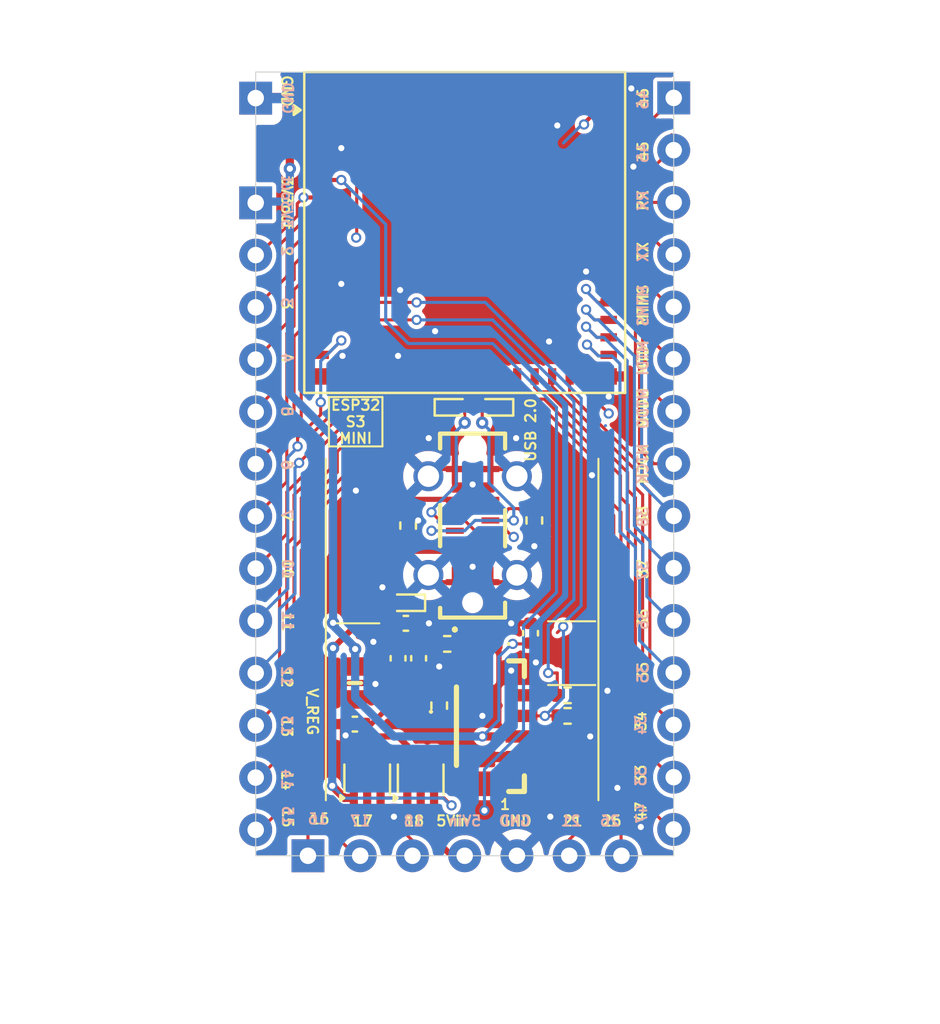
<source format=kicad_pcb>
(kicad_pcb (version 20241229) (generator "pcbnew") (generator_version "9.0")
  (layers (0 "F.Cu" signal) (2 "B.Cu" signal) (13 "F.Paste" user) (15 "B.Paste" user) (5 "F.SilkS" user "F.Silkscreen") (7 "B.SilkS" user "B.Silkscreen") (1 "F.Mask" user) (3 "B.Mask" user) (25 "Edge.Cuts" user))
  (net 0 "")
  (net 1 "GND")
  (net 2 "VSYS")
  (net 3 "IO34")
  (net 4 "IO1")
  (net 5 "IO36")
  (net 6 "IO35")
  (net 7 "LED")
  (net 9 "IO37")
  (net 10 "3V3")
  (net 11 "Net-(IC1-PG)")
  (net 13 "Net-(J2-CC1)")
  (net 14 "Net-(J2-CC2)")
  (net 15 "SCL")
  (net 18 "Net-(D4-A)")
  (net 19 "SDA")
  (net 20 "D+")
  (net 21 "RGB")
  (net 23 "RX")
  (net 24 "TX")
  (net 25 "MTMS")
  (net 26 "MTDI")
  (net 27 "MTDO")
  (net 28 "MTCK")
  (net 31 "D-")
  (net 32 "unconnected-(U1-IO0-Pad4)")
  (net 33 "unconnected-(U1-EN-Pad45)")
  (net 34 "Net-(IC1-SW)")
  (net 35 "IO7")
  (net 36 "IO14")
  (net 37 "IO17")
  (net 38 "IO3")
  (net 39 "IO18")
  (net 40 "IO10")
  (net 41 "IO13")
  (net 42 "IO4")
  (net 43 "IO12")
  (net 44 "IO6")
  (net 45 "IO11")
  (net 46 "IO5")
  (net 47 "IO15")
  (net 48 "IO16")
  (net 49 "IO33")
  (net 50 "IO26")
  (net 51 "IO21")
  (net 52 "IO45")
  (net 53 "IO46")
  (net 54 "IO38")
  (net 55 "IO47")
  (net 58 "V_USB")
  (net 61 "5V")
  (footprint "PCM_SparkFun-Resistor:R_0402_1005Metric" (layer "F.Cu") (at 187.4 143.3 180)
    (property "Reference" "R14")
    (property "Value" "4k7")
  )
  (footprint "Castellated:Castellated_1x07_P2.54mm_D0.80mm" (layer "F.Cu") (at 182.4 151.1 90)
    (property "Reference" "J1" (hide yes))
    (property "Value" "Castellated_1x07" (hide yes))
  )
  (footprint "Diode_SMD:D_SOD-923" (layer "F.Cu") (at 183.9 129.3 180)
    (property "Reference" "D7" (hide yes))
    (property "Value" "ESD9101P2T5G" (hide yes))
  )
  (footprint "Diode_SMD:D_SOD-923" (layer "F.Cu") (at 181.8 129.3)
    (property "Reference" "D8" (hide yes))
    (property "Value" "ESD9101P2T5G" (hide yes))
  )
  (footprint "ESP32:INDC1608X75N" (layer "F.Cu") (at 177.06 142.7 90)
    (property "Reference" "L1" (hide yes))
    (property "Value" "TFM160808ALC-R47MTAA" (hide yes))
  )
  (footprint "PCM_SparkFun-Capacitor:C_0402_1005Metric" (layer "F.Cu") (at 177.06 144.7 180)
    (property "Reference" "C5")
    (property "Value" "10uF")
  )
  (footprint "LED_SMD:LED_0402_1005Metric" (layer "F.Cu") (at 183.46 140.8 180)
    (property "Reference" "D4" (hide yes))
    (property "Value" "LED")
  )
  (footprint "PCM_SparkFun-Resistor:R_0402_1005Metric" (layer "F.Cu") (at 185.785 134.8 -90)
    (property "Reference" "R4")
    (property "Value" "5k1")
  )
  (footprint "Castellated:Castellated_1x15_P2.54mm_D0.80mm" (layer "F.Cu") (at 192.56 132.04)
    (property "Reference" "J6" (hide yes))
    (property "Value" "Castellated_1x15" (hide yes))
  )
  (footprint "Castellated:Castellated_1x13_P2.54mm_D0.80mm" (layer "F.Cu") (at 172.24 134.6)
    (property "Reference" "J5" (hide yes))
    (property "Value" "Castellated_1x13" (hide yes))
  )
  (footprint "Capacitor_SMD:C_0402_1005Metric" (layer "F.Cu") (at 179.54 139.8)
    (property "Reference" "C9" (hide yes))
    (property "Value" "4u7F" (hide yes))
  )
  (footprint "PCM_SparkFun-Connector:JST_1x04_P1.0mm_Vertical_SMD" (layer "F.Cu") (at 183.65 144.8 90)
    (property "Reference" "J3")
    (property "Value" "Qwiic_Vertical")
  )
  (footprint "PCM_SparkFun-Capacitor:C_0402_1005Metric" (layer "F.Cu") (at 185.6 140.28 90)
    (property "Reference" "C14")
    (property "Value" "10nF")
  )
  (footprint "PCM_SparkFun-Resistor:R_0402_1005Metric" (layer "F.Cu") (at 187.4 144.3 180)
    (property "Reference" "R16")
    (property "Value" "4k7")
  )
  (footprint "PCM_SparkFun-Resistor:R_0402_1005Metric" (layer "F.Cu") (at 179.65 135.05 90)
    (property "Reference" "R5")
    (property "Value" "5k1")
  )
  (footprint "Diode_SMD:D_SOD-923" (layer "F.Cu") (at 179.615 138.8 180)
    (property "Reference" "D1" (hide yes))
    (property "Value" "ESD9B5.0ST5G" (hide yes))
  )
  (footprint "RF_Module:ESP32-S2-MINI-1U" (layer "F.Cu") (at 182.4 120.8)
    (property "Reference" "U1" (hide yes))
    (property "Value" "ESP32-S3-MINI-1U")
  )
  (footprint "PCM_SparkFun-Resistor:R_0402_1005Metric" (layer "F.Cu") (at 181.16 143.8 -90)
    (property "Reference" "R1" (hide yes))
    (property "Value" "100k")
  )
  (footprint "Package_TO_SOT_SMD:SOT-363_SC-70-6" (layer "F.Cu") (at 180.26 147.4 90)
    (property "Reference" "U3" (hide yes))
    (property "Value" "LM66100DCK" (hide yes))
  )
  (footprint "PCM_SparkFun-Capacitor:C_0402_1005Metric" (layer "F.Cu") (at 179.16 141.5 90)
    (property "Reference" "C1")
    (property "Value" "10uF")
  )
  (footprint "Package_TO_SOT_SMD:SOT-363_SC-70-6" (layer "F.Cu") (at 177.66 147.4 90)
    (property "Reference" "U2" (hide yes))
    (property "Value" "LM66100DCK" (hide yes))
  )
  (footprint "PCM_SparkFun-Resistor:R_0402_1005Metric" (layer "F.Cu") (at 181.55 140.8)
    (property "Reference" "R11")
    (property "Value" "2k2")
  )
  (footprint "Castellated:Castellated_1x01_P2.54mm_D0.80mm" (layer "F.Cu") (at 172.24 114.27)
    (property "Reference" "J4" (hide yes))
    (property "Value" "Castellated_1x01" (hide yes))
  )
  (footprint "PCM_SparkFun-Capacitor:C_0402_1005Metric" (layer "F.Cu") (at 180.16 141.5 90)
    (property "Reference" "C2" (hide yes))
    (property "Value" "10uF")
  )
  (footprint "ESP32:USB412003C" (layer "F.Cu") (at 182.785 135.05 90)
    (property "Reference" "J2" (hide yes))
    (property "Value" "USB4120-03-C" (hide yes))
  )
  (footprint "ESP32:TPS6282533DMQR" (layer "F.Cu") (at 179.41 143.6 180)
    (property "Reference" "IC1" (hide yes))
    (property "Value" "TPS6282533DMQR" (hide yes))
  )
  (gr_line (start 178.4 128.8) (end 175.8 128.8) (stroke (width 0.1)) (layer "F.SilkS"))
  (gr_line (start 186.45 139.7) (end 188.75 139.7) (stroke (width 0.1)) (layer "F.SilkS"))
  (gr_line (start 178.4 131.2) (end 178.4 128.8) (stroke (width 0.1)) (layer "F.SilkS"))
  (gr_line (start 175.95 139.8) (end 178.25 139.8) (stroke (width 0.1)) (layer "F.SilkS"))
  (gr_line (start 186.45 142.8) (end 188.75 142.8) (stroke (width 0.1)) (layer "F.SilkS"))
  (gr_line (start 188.9 131.8) (end 188.9 148.4) (stroke (width 0.1)) (layer "F.SilkS"))
  (gr_line (start 175.8 128.8) (end 175.8 131.2) (stroke (width 0.1)) (layer "F.SilkS"))
  (gr_line (start 175.65 131.8) (end 175.65 148.4) (stroke (width 0.1)) (layer "F.SilkS"))
  (gr_line (start 175.8 131.2) (end 178.4 131.2) (stroke (width 0.1)) (layer "F.SilkS"))
  (gr_line (start 192.56 151.1) (end 192.56 113) (stroke (width 0.05)) (layer "Edge.Cuts"))
  (gr_line (start 172.24 151.1) (end 172.24 113) (stroke (width 0.05)) (layer "Edge.Cuts"))
  (gr_line (start 192.56 113) (end 172.24 113) (stroke (width 0.05)) (layer "Edge.Cuts"))
  (gr_line (start 172.24 151.1) (end 192.56 151.1) (stroke (width 0.05)) (layer "Edge.Cuts"))
  (gr_text "14\n" (at 173.46 146.9 270) (layer "F.SilkS") (effects (font (size 0.5 0.5) (thickness 0.1)) (justify left bottom)))
  (gr_text "MTDI" (at 191.36 127.8 90) (layer "F.SilkS") (effects (font (size 0.5 0.5) (thickness 0.1)) (justify left bottom)))
  (gr_text "2" (at 173.46 121.4 270) (layer "F.SilkS") (effects (font (size 0.5 0.5) (thickness 0.1)) (justify left bottom)))
  (gr_text "7" (at 173.46 134.3 270) (layer "F.SilkS") (effects (font (size 0.5 0.5) (thickness 0.1)) (justify left bottom)))
  (gr_text "35" (at 191.36 142.7 90) (layer "F.SilkS") (effects (font (size 0.5 0.5) (thickness 0.1)) (justify left bottom)))
  (gr_text "11" (at 173.5 139.2 270) (layer "F.SilkS") (effects (font (size 0.5 0.5) (thickness 0.1)) (justify left bottom)))
  (gr_text "16" (at 174.8 149.6 0) (layer "F.SilkS") (effects (font (size 0.5 0.5) (thickness 0.1)) (justify left bottom)))
  (gr_text "5" (at 173.46 129.2 270) (layer "F.SilkS") (effects (font (size 0.5 0.5) (thickness 0.1)) (justify left bottom)))
  (gr_text "26" (at 189 149.7 0) (layer "F.SilkS") (effects (font (size 0.5 0.5) (thickness 0.1)) (justify left bottom)))
  (gr_text "45" (at 191.36 117.4 90) (layer "F.SilkS") (effects (font (size 0.5 0.5) (thickness 0.1)) (justify left bottom)))
  (gr_text "46" (at 191.36 114.8 90) (layer "F.SilkS") (effects (font (size 0.5 0.5) (thickness 0.1)) (justify left bottom)))
  (gr_text "MTMS" (at 191.36 125.4 90) (layer "F.SilkS") (effects (font (size 0.5 0.5) (thickness 0.1)) (justify left bottom)))
  (gr_text "1" (at 184.06 148.9 0) (layer "F.SilkS") (effects (font (size 0.5 0.5) (thickness 0.1)) (justify left bottom)))
  (gr_text "47" (at 191.26 149.5 90) (layer "F.SilkS") (effects (font (size 0.5 0.5) (thickness 0.1)) (justify left bottom)))
  (gr_text "3" (at 173.46 124 270) (layer "F.SilkS") (effects (font (size 0.5 0.5) (thickness 0.1)) (justify left bottom)))
  (gr_text "10\n" (at 173.5 136.6 270) (layer "F.SilkS") (effects (font (size 0.5 0.5) (thickness 0.1)) (justify left bottom)))
  (gr_text "12" (at 173.46 141.9 270) (layer "F.SilkS") (effects (font (size 0.5 0.5) (thickness 0.1)) (justify left bottom)))
  (gr_text "21" (at 187.1 149.7 0) (layer "F.SilkS") (effects (font (size 0.5 0.5) (thickness 0.1)) (justify left bottom)))
  (gr_text "18" (at 179.4 149.7 0) (layer "F.SilkS") (effects (font (size 0.5 0.5) (thickness 0.1)) (justify left bottom)))
  (gr_text "MTDO" (at 191.36 130.4 90) (layer "F.SilkS") (effects (font (size 0.5 0.5) (thickness 0.1)) (justify left bottom)))
  (gr_text "37" (at 191.36 137.7 90) (layer "F.SilkS") (effects (font (size 0.5 0.5) (thickness 0.1)) (justify left bottom)))
  (gr_text "3V3out\n\n" (at 172.66 118 270) (layer "F.SilkS") (effects (font (size 0.5 0.5) (thickness 0.1)) (justify left bottom)))
  (gr_text "TX" (at 191.36 122.2 90) (layer "F.SilkS") (effects (font (size 0.5 0.5) (thickness 0.1)) (justify left bottom)))
  (gr_text "GND\n" (at 173.46 113.1 270) (layer "F.SilkS") (effects (font (size 0.5 0.5) (thickness 0.1)) (justify left bottom)))
  (gr_text "36" (at 191.36 140.1 90) (layer "F.SilkS") (effects (font (size 0.5 0.5) (thickness 0.1)) (justify left bottom)))
  (gr_text "MTCK" (at 191.36 133.1 90) (layer "F.SilkS") (effects (font (size 0.5 0.5) (thickness 0.1)) (justify left bottom)))
  (gr_text "38" (at 191.36 135.1 90) (layer "F.SilkS") (effects (font (size 0.5 0.5) (thickness 0.1)) (justify left bottom)))
  (gr_text "15" (at 173.5 148.7 270) (layer "F.SilkS") (effects (font (size 0.5 0.5) (thickness 0.1)) (justify left bottom)))
  (gr_text "4" (at 173.46 126.6 270) (layer "F.SilkS") (effects (font (size 0.5 0.5) (thickness 0.1)) (justify left bottom)))
  (gr_text "5Vin\n" (at 180.96 149.7 0) (layer "F.SilkS") (effects (font (size 0.5 0.5) (thickness 0.1)) (justify left bottom)))
  (gr_text "34" (at 191.26 145.1 90) (layer "F.SilkS") (effects (font (size 0.5 0.5) (thickness 0.1)) (justify left bottom)))
  (gr_text "13" (at 173.46 144.3 270) (layer "F.SilkS") (effects (font (size 0.5 0.5) (thickness 0.1)) (justify left bottom)))
  (gr_text "GND" (at 184.06 149.7 0) (layer "F.SilkS") (effects (font (size 0.5 0.5) (thickness 0.1)) (justify left bottom)))
  (gr_text "17" (at 176.9 149.7 0) (layer "F.SilkS") (effects (font (size 0.5 0.5) (thickness 0.1)) (justify left bottom)))
  (gr_text "ESP32\nS3\nMINI" (at 177.1 131.1 0) (layer "F.SilkS") (effects (font (size 0.5 0.5) (thickness 0.1) (bold yes)) (justify bottom)))
  (gr_text "USB 2.0" (at 185.9 132 90) (layer "F.SilkS") (effects (font (size 0.5 0.5) (thickness 0.1)) (justify left bottom)))
  (gr_text "6" (at 173.46 131.8 270) (layer "F.SilkS") (effects (font (size 0.5 0.5) (thickness 0.1)) (justify left bottom)))
  (gr_text "RX" (at 191.36 119.8 90) (layer "F.SilkS") (effects (font (size 0.5 0.5) (thickness 0.1)) (justify left bottom)))
  (gr_text "33" (at 191.26 147.7 90) (layer "F.SilkS") (effects (font (size 0.5 0.5) (thickness 0.1)) (justify left bottom)))
  (gr_text "V_REG" (at 174.71 142.9 270) (layer "F.SilkS") (effects (font (size 0.5 0.5) (thickness 0.1)) (justify left bottom)))
  (gr_text "5" (at 173.46 129.8 270) (layer "B.SilkS") (effects (font (size 0.5 0.5) (thickness 0.1)) (justify left bottom mirror)))
  (gr_text "21" (at 188.1 149.7 0) (layer "B.SilkS") (effects (font (size 0.5 0.5) (thickness 0.1)) (justify left bottom mirror)))
  (gr_text "38" (at 191.36 134.1 90) (layer "B.SilkS") (effects (font (size 0.5 0.5) (thickness 0.1)) (justify left bottom mirror)))
  (gr_text "26" (at 190 149.7 0) (layer "B.SilkS") (effects (font (size 0.5 0.5) (thickness 0.1)) (justify left bottom mirror)))
  (gr_text "16" (at 175.8 149.6 0) (layer "B.SilkS") (effects (font (size 0.5 0.5) (thickness 0.1)) (justify left bottom mirror)))
  (gr_text "GND\n" (at 173.5 115.1 270) (layer "B.SilkS") (effects (font (size 0.5 0.5) (thickness 0.1)) (justify left bottom mirror)))
  (gr_text "GND" (at 185.66 149.7 0) (layer "B.SilkS") (effects (font (size 0.5 0.5) (thickness 0.1)) (justify left bottom mirror)))
  (gr_text "TX" (at 191.36 121.3 90) (layer "B.SilkS") (effects (font (size 0.5 0.5) (thickness 0.1)) (justify left bottom mirror)))
  (gr_text "18" (at 180.46 149.7 0) (layer "B.SilkS") (effects (font (size 0.5 0.5) (thickness 0.1)) (justify left bottom mirror)))
  (gr_text "47" (at 191.3 148.5 90) (layer "B.SilkS") (effects (font (size 0.5 0.5) (thickness 0.1)) (justify left bottom mirror)))
  (gr_text "12" (at 173.46 142.9 270) (layer "B.SilkS") (effects (font (size 0.5 0.5) (thickness 0.1)) (justify left bottom mirror)))
  (gr_text "15" (at 173.5 149.7 270) (layer "B.SilkS") (effects (font (size 0.5 0.5) (thickness 0.1)) (justify left bottom mirror)))
  (gr_text "3V3out" (at 173.46 120.7 270) (layer "B.SilkS") (effects (font (size 0.5 0.5) (thickness 0.1)) (justify left bottom mirror)))
  (gr_text "4" (at 173.46 127.2 270) (layer "B.SilkS") (effects (font (size 0.5 0.5) (thickness 0.1)) (justify left bottom mirror)))
  (gr_text "45" (at 191.36 116.4 90) (layer "B.SilkS") (effects (font (size 0.5 0.5) (thickness 0.1)) (justify left bottom mirror)))
  (gr_text "RX" (at 191.36 118.7 90) (layer "B.SilkS") (effects (font (size 0.5 0.5) (thickness 0.1)) (justify left bottom mirror)))
  (gr_text "6" (at 173.46 132.4 270) (layer "B.SilkS") (effects (font (size 0.5 0.5) (thickness 0.1)) (justify left bottom mirror)))
  (gr_text "46" (at 191.36 113.8 90) (layer "B.SilkS") (effects (font (size 0.5 0.5) (thickness 0.1)) (justify left bottom mirror)))
  (gr_text "MTDO" (at 191.36 128.3 90) (layer "B.SilkS") (effects (font (size 0.5 0.5) (thickness 0.1)) (justify left bottom mirror)))
  (gr_text "5Vin\n" (at 183.26 149.7 0) (layer "B.SilkS") (effects (font (size 0.5 0.5) (thickness 0.1)) (justify left bottom mirror)))
  (gr_text "36" (at 191.36 139.1 90) (layer "B.SilkS") (effects (font (size 0.5 0.5) (thickness 0.1)) (justify left bottom mirror)))
  (gr_text "10\n" (at 173.5 137.7 270) (layer "B.SilkS") (effects (font (size 0.5 0.5) (thickness 0.1)) (justify left bottom mirror)))
  (gr_text "17" (at 177.86 149.7 0) (layer "B.SilkS") (effects (font (size 0.5 0.5) (thickness 0.1)) (justify left bottom mirror)))
  (gr_text "35" (at 191.36 141.7 90) (layer "B.SilkS") (effects (font (size 0.5 0.5) (thickness 0.1)) (justify left bottom mirror)))
  (gr_text "33" (at 191.26 146.7 90) (layer "B.SilkS") (effects (font (size 0.5 0.5) (thickness 0.1)) (justify left bottom mirror)))
  (gr_text "11" (at 173.5 140.2 270) (layer "B.SilkS") (effects (font (size 0.5 0.5) (thickness 0.1)) (justify left bottom mirror)))
  (gr_text "3" (at 173.46 124.5 270) (layer "B.SilkS") (effects (font (size 0.5 0.5) (thickness 0.1)) (justify left bottom mirror)))
  (gr_text "13" (at 173.46 145.3 270) (layer "B.SilkS") (effects (font (size 0.5 0.5) (thickness 0.1)) (justify left bottom mirror)))
  (gr_text "14\n" (at 173.46 147.9 270) (layer "B.SilkS") (effects (font (size 0.5 0.5) (thickness 0.1)) (justify left bottom mirror)))
  (gr_text "7" (at 173.46 134.8 270) (layer "B.SilkS") (effects (font (size 0.5 0.5) (thickness 0.1)) (justify left bottom mirror)))
  (gr_text "MTMS" (at 191.36 123.3 90) (layer "B.SilkS") (effects (font (size 0.5 0.5) (thickness 0.1)) (justify left bottom mirror)))
  (gr_text "2" (at 173.46 122 270) (layer "B.SilkS") (effects (font (size 0.5 0.5) (thickness 0.1)) (justify left bottom mirror)))
  (gr_text "34" (at 191.26 144.2 90) (layer "B.SilkS") (effects (font (size 0.5 0.5) (thickness 0.1)) (justify left bottom mirror)))
  (gr_text "MTDI" (at 191.36 126 90) (layer "B.SilkS") (effects (font (size 0.5 0.5) (thickness 0.1)) (justify left bottom mirror)))
  (gr_text "37" (at 191.36 136.7 90) (layer "B.SilkS") (effects (font (size 0.5 0.5) (thickness 0.1)) (justify left bottom mirror)))
  (gr_text "MTCK" (at 191.36 131 90) (layer "B.SilkS") (effects (font (size 0.5 0.5) (thickness 0.1)) (justify left bottom mirror)))
  (segment (start 176.58 144.7) (end 175.76 144.7) (width 0.3) (layer "F.Cu") (net 1))
  (segment (start 178.36 140.7) (end 178.68 141.02) (width 0.3) (layer "F.Cu") (net 1))
  (segment (start 174.4 113.8) (end 175.4 113.8) (width 0.4) (layer "F.Cu") (net 1))
  (segment (start 181.92 132.3) (end 180.985 132.3) (width 0.2) (layer "F.Cu") (net 1))
  (segment (start 181.92 137.8) (end 180.985 137.8) (width 0.2) (layer "F.Cu") (net 1))
  (segment (start 186.06 149.7) (end 181.010001 149.7) (width 0.15) (layer "F.Cu") (net 1))
  (segment (start 174.51 114.85) (end 173.93 114.27) (width 0.4) (layer "F.Cu") (net 1))
  (segment (start 177.66 148.949999) (end 177.66 148.2875) (width 0.15) (layer "F.Cu") (net 1))
  (segment (start 176.4 126.8) (end 175.4 127.8) (width 0.2) (layer "F.Cu") (net 1))
  (segment (start 172.92 114.215) (end 172.391 113.686) (width 0.3) (layer "F.Cu") (net 1))
  (segment (start 176.58 145.22) (end 176.61 145.25) (width 0.3) (layer "F.Cu") (net 1))
  (segment (start 175.76 144.7) (end 175.66 144.6) (width 0.3) (layer "F.Cu") (net 1))
  (segment (start 183.65 137.8) (end 184.585 137.8) (width 0.2) (layer "F.Cu") (net 1))
  (segment (start 175.66 143.15) (end 176.06 142.75) (width 0.3) (layer "F.Cu") (net 1))
  (segment (start 186.5 126.1) (end 187.3 126.9) (width 0.15) (layer "F.Cu") (net 1))
  (segment (start 184.66 139.8) (end 184.36 139.8) (width 0.3) (layer "F.Cu") (net 1))
  (segment (start 178.06 142.75) (end 178.0455 142.75) (width 0.2) (layer "F.Cu") (net 1))
  (segment (start 184.66 139.6) (end 185.815 138.445) (width 0.3) (layer "F.Cu") (net 1))
  (segment (start 180.049993 134.8) (end 179.789993 134.54) (width 0.4) (layer "F.Cu") (net 1))
  (segment (start 184.32 130.22) (end 184.9 130.8) (width 0.2) (layer "F.Cu") (net 1))
  (segment (start 178.86 149.3) (end 178.010001 149.3) (width 0.15) (layer "F.Cu") (net 1))
  (segment (start 178.01 142.7) (end 176.11 142.7) (width 0.25) (layer "F.Cu") (net 1))
  (segment (start 181.38 130.07) (end 180.65 130.8) (width 0.2) (layer "F.Cu") (net 1))
  (segment (start 178.06 142.75) (end 178.01 142.7) (width 0.25) (layer "F.Cu") (net 1))
  (segment (start 178.96 149.2) (end 178.86 149.3) (width 0.15) (layer "F.Cu") (net 1))
  (segment (start 172.441 114.27) (end 173.93 114.27) (width 0.4) (layer "F.Cu") (net 1))
  (segment (start 173.93 114.27) (end 174.4 113.8) (width 0.4) (layer "F.Cu") (net 1))
  (segment (start 176.61 145.25) (end 176.51 145.25) (width 0.3) (layer "F.Cu") (net 1))
  (segment (start 178.41 143.1) (end 178.96 143.1) (width 0.25) (layer "F.Cu") (net 1))
  (segment (start 180.136646 134.8) (end 180.049993 134.8) (width 0.4) (layer "F.Cu") (net 1))
  (segment (start 184.585 132.3) (end 184.935 132.65) (width 0.2) (layer "F.Cu") (net 1))
  (segment (start 185.785 135.31) (end 185.785 136.05) (width 0.2) (layer "F.Cu") (net 1))
  (segment (start 180.985 137.8) (end 180.635 137.45) (width 0.2) (layer "F.Cu") (net 1))
  (segment (start 176.58 144.7) (end 176.58 145.22) (width 0.3) (layer "F.Cu") (net 1))
  (segment (start 178.010001 149.3) (end 177.66 148.949999) (width 0.15) (layer "F.Cu") (net 1))
  (segment (start 180.26 148.949999) (end 180.26 148.2875) (width 0.15) (layer "F.Cu") (net 1))
  (segment (start 184.66 139.8) (end 184.66 139.6) (width 0.3) (layer "F.Cu") (net 1))
  (segment (start 175.4 114.85) (end 174.51 114.85) (width 0.4) (layer "F.Cu") (net 1))
  (segment (start 183.945 140.215) (end 183.945 140.8) (width 0.3) (layer "F.Cu") (net 1))
  (segment (start 185.815 138.33) (end 184.935 137.45) (width 0.3) (layer "F.Cu") (net 1))
  (segment (start 181.010001 149.7) (end 180.26 148.949999) (width 0.15) (layer "F.Cu") (net 1))
  (segment (start 178.68 141.02) (end 180.16 141.02) (width 0.3) (layer "F.Cu") (net 1))
  (segment (start 188.5 126.9) (end 189.4 127.8) (width 0.15) (layer "F.Cu") (net 1))
  (segment (start 184.66 139.8) (end 185.6 139.8) (width 0.3) (layer "F.Cu") (net 1))
  (segment (start 184.32 129.3) (end 184.32 130.22) (width 0.2) (layer "F.Cu") (net 1))
  (segment (start 180.985 132.3) (end 180.635 132.65) (width 0.2) (layer "F.Cu") (net 1))
  (segment (start 184.36 139.8) (end 183.945 140.215) (width 0.3) (layer "F.Cu") (net 1))
  (segment (start 183.65 132.3) (end 184.585 132.3) (width 0.2) (layer "F.Cu") (net 1))
  (segment (start 178.06 142.75) (end 178.41 143.1) (width 0.25) (layer "F.Cu") (net 1))
  (segment (start 175.66 144.6) (end 175.66 143.15) (width 0.3) (layer "F.Cu") (net 1))
  (segment (start 176.51 145.25) (end 176.58 145.18) (width 0.3) (layer "F.Cu") (net 1))
  (segment (start 181.38 129.3) (end 181.38 130.07) (width 0.2) (layer "F.Cu") (net 1))
  (segment (start 179.789993 134.54) (end 179.535 134.54) (width 0.4) (layer "F.Cu") (net 1))
  (segment (start 176.11 142.7) (end 176.06 142.75) (width 0.25) (layer "F.Cu") (net 1))
  (segment (start 187.3 126.9) (end 188.5 126.9) (width 0.15) (layer "F.Cu") (net 1))
  (segment (start 185.815 138.445) (end 185.815 138.33) (width 0.3) (layer "F.Cu") (net 1))
  (segment (start 178.06 142.75) (end 178.06 142.8) (width 0.25) (layer "F.Cu") (net 1))
  (segment (start 178.0455 142.75) (end 178.009 142.7135) (width 0.2) (layer "F.Cu") (net 1))
  (segment (start 186.56 149.2) (end 186.06 149.7) (width 0.15) (layer "F.Cu") (net 1))
  (segment (start 181.92 132.3) (end 183.65 132.3) (width 0.2) (layer "F.Cu") (net 1))
  (segment (start 184.585 137.8) (end 184.935 137.45) (width 0.2) (layer "F.Cu") (net 1))
  (segment (start 177.96 140.7) (end 178.36 140.7) (width 0.3) (layer "F.Cu") (net 1))
  (via (at 180.96 125.6) (size 0.5) (drill 0.3) (layers "F.Cu" "B.Cu") (net 1))
  (via (at 176.61 145.25) (size 0.5) (drill 0.3) (layers "F.Cu" "B.Cu") (net 1))
  (via (at 178.06 142.75) (size 0.6) (drill 0.3) (layers "F.Cu" "B.Cu") (net 1))
  (via (at 188.585 132.6) (size 0.5) (drill 0.3) (layers "F.Cu" "B.Cu") (net 1))
  (via (at 183.26 144.3) (size 0.5) (drill 0.3) (layers "F.Cu" "B.Cu") (net 1))
  (via (at 184.66 142.1) (size 0.5) (drill 0.3) (layers "F.Cu" "B.Cu") (net 1))
  (via (at 189.338768 143.078768) (size 0.5) (drill 0.3) (layers "F.Cu" "B.Cu") (net 1))
  (via (at 176.4 116.7) (size 0.5) (drill 0.3) (layers "F.Cu" "B.Cu") (net 1))
  (via (at 186.9 115.6) (size 0.5) (drill 0.3) (layers "F.Cu" "B.Cu") (net 1))
  (via (at 186.56 149.2) (size 0.5) (drill 0.3) (layers "F.Cu" "B.Cu") (net 1))
  (via (at 180.66 139.8) (size 0.6) (drill 0.3) (layers "F.Cu" "B.Cu") (net 1))
  (via (at 190.96 149.7) (size 0.5) (drill 0.3) (layers "F.Cu" "B.Cu") (net 1))
  (via (at 178.4 138.05) (size 0.5) (drill 0.3) (layers "F.Cu" "B.Cu") (net 1))
  (via (at 179.16 126.8) (size 0.5) (drill 0.3) (layers "F.Cu" "B.Cu") (net 1))
  (via (at 179.26 123.6) (size 0.5) (drill 0.3) (layers "F.Cu" "B.Cu") (net 1))
  (via (at 184.9 130.8) (size 0.5) (drill 0.3) (layers "F.Cu" "B.Cu") (net 1))
  (via (at 190.5 113.8) (size 0.5) (drill 0.3) (layers "F.Cu" "B.Cu") (net 1))
  (via (at 184.66 139.8) (size 0.6) (drill 0.3) (layers "F.Cu" "B.Cu") (net 1))
  (via (at 178.96 149.2) (size 0.5) (drill 0.3) (layers "F.Cu" "B.Cu") (net 1))
  (via (at 185.785 136.05) (size 0.6) (drill 0.3) (layers "F.Cu" "B.Cu") (net 1))
  (via (at 181.16 141.9) (size 0.6) (drill 0.3) (layers "F.Cu" "B.Cu") (net 1))
  (via (at 177.96 140.7) (size 0.5) (drill 0.3) (layers "F.Cu" "B.Cu") (net 1))
  (via (at 190.6 117.6) (size 0.5) (drill 0.3) (layers "F.Cu" "B.Cu") (net 1))
  (via (at 176.4 123.3) (size 0.5) (drill 0.3) (layers "F.Cu" "B.Cu") (net 1))
  (via (at 186.5 126.1) (size 0.5) (drill 0.3) (layers "F.Cu" "B.Cu") (net 1))
  (via (at 180.136646 134.8) (size 0.5) (drill 0.3) (layers "F.Cu" "B.Cu") (net 1))
  (via (at 189.822 147.8) (size 0.5) (drill 0.3) (layers "F.Cu" "B.Cu") (net 1))
  (via (at 189.4 128.775) (size 0.5) (drill 0.3) (layers "F.Cu" "B.Cu") (net 1))
  (via (at 182.785 133.05) (size 0.6) (drill 0.3) (layers "F.Cu" "B.Cu") (net 1))
  (via (at 176.46 126.8) (size 0.5) (drill 0.3) (layers "F.Cu" "B.Cu") (net 1))
  (via (at 182.785 137.05) (size 0.6) (drill 0.3) (layers "F.Cu" "B.Cu") (net 1))
  (via (at 177.11 133.35) (size 0.5) (drill 0.3) (layers "F.Cu" "B.Cu") (net 1))
  (via (at 180.65 130.8) (size 0.5) (drill 0.3) (layers "F.Cu" "B.Cu") (net 1))
  (via (at 188.3 122.7) (size 0.6) (drill 0.3) (layers "F.Cu" "B.Cu") (net 1))
  (via (at 188.501 145.3) (size 0.5) (drill 0.3) (layers "F.Cu" "B.Cu") (net 1))
  (via (at 185.858768 141.701232) (size 0.5) (drill 0.3) (layers "F.Cu" "B.Cu") (net 1))
  (segment (start 177.54 145.299232) (end 177.54 144.7) (width 0.3) (layer "F.Cu") (net 2))
  (segment (start 178.46 144.1) (end 178.96 144.1) (width 0.25) (layer "F.Cu") (net 2))
  (segment (start 177.54 145.2) (end 177.64 145.3) (width 0.3) (layer "F.Cu") (net 2))
  (segment (start 180.95 144.1) (end 181.16 144.31) (width 0.15) (layer "F.Cu") (net 2))
  (segment (start 180.06 144.1) (end 180.95 144.1) (width 0.15) (layer "F.Cu") (net 2))
  (segment (start 179.16 145.3) (end 179.61 145.75) (width 0.3) (layer "F.Cu") (net 2))
  (segment (start 177.54 144.7) (end 177.54 145.2) (width 0.3) (layer "F.Cu") (net 2))
  (segment (start 177.54 144.7) (end 177.86 144.7) (width 0.25) (layer "F.Cu") (net 2))
  (segment (start 177.01 146.5125) (end 177.01 145.829232) (width 0.3) (layer "F.Cu") (net 2))
  (segment (start 177.64 145.3) (end 179.16 145.3) (width 0.3) (layer "F.Cu") (net 2))
  (segment (start 177.86 144.7) (end 178.46 144.1) (width 0.25) (layer "F.Cu") (net 2))
  (segment (start 180.06 144.1) (end 178.96 144.1) (width 0.25) (layer "F.Cu") (net 2))
  (segment (start 177.01 145.829232) (end 177.54 145.299232) (width 0.3) (layer "F.Cu") (net 2))
  (segment (start 179.61 145.75) (end 179.61 146.5125) (width 0.3) (layer "F.Cu") (net 2))
  (segment (start 191.4 143.58) (end 192.484 144.664) (width 0.15) (layer "F.Cu") (net 3))
  (segment (start 187.5 128.65) (end 191.024 132.174) (width 0.15) (layer "F.Cu") (net 3))
  (segment (start 191.024 132.174) (end 191.024 133.029306) (width 0.15) (layer "F.Cu") (net 3))
  (segment (start 191.024 133.029306) (end 191.4 133.405306) (width 0.15) (layer "F.Cu") (net 3))
  (segment (start 187.5 127.8) (end 187.5 128.65) (width 0.15) (layer "F.Cu") (net 3))
  (segment (start 191.4 133.405306) (end 191.4 143.58) (width 0.15) (layer "F.Cu") (net 3))
  (segment (start 175.4 118.25) (end 176.4 118.25) (width 0.2) (layer "F.Cu") (net 4))
  (via (at 176.4 118.25) (size 0.5) (drill 0.3) (layers "F.Cu" "B.Cu") (net 4))
  (via (at 183.36 148.9) (size 0.5) (drill 0.3) (layers "F.Cu" "B.Cu") (net 4))
  (segment (start 185.26 145) (end 185.26 139.9) (width 0.15) (layer "B.Cu") (net 4))
  (segment (start 176.41 118.25) (end 176.4 118.25) (width 0.15) (layer "B.Cu") (net 4))
  (segment (start 183.36 148.9) (end 183.36 146.9) (width 0.15) (layer "B.Cu") (net 4))
  (segment (start 185.26 139.9) (end 186.86 138.3) (width 0.15) (layer "B.Cu") (net 4))
  (segment (start 179.66 126.2) (end 178.56 125.1) (width 0.15) (layer "B.Cu") (net 4))
  (segment (start 178.56 125.1) (end 178.56 120.41) (width 0.15) (layer "B.Cu") (net 4))
  (segment (start 183.36 146.9) (end 185.26 145) (width 0.15) (layer "B.Cu") (net 4))
  (segment (start 186.86 138.3) (end 186.86 129.3) (width 0.15) (layer "B.Cu") (net 4))
  (segment (start 183.76 126.2) (end 179.66 126.2) (width 0.15) (layer "B.Cu") (net 4))
  (segment (start 178.56 120.41) (end 176.4 118.25) (width 0.15) (layer "B.Cu") (net 4))
  (segment (start 186.86 129.3) (end 183.76 126.2) (width 0.15) (layer "B.Cu") (net 4))
  (segment (start 189.4 125.9) (end 188.818177 125.9) (width 0.15) (layer "F.Cu") (net 5))
  (segment (start 188.818177 125.9) (end 188.299488 125.381311) (width 0.15) (layer "F.Cu") (net 5))
  (via (at 188.3 125.381823) (size 0.5) (drill 0.3) (layers "F.Cu" "B.Cu") (net 5))
  (segment (start 191.251 137.491) (end 191.251 138.491) (width 0.15) (layer "B.Cu") (net 5))
  (segment (start 188.818177 125.9) (end 189.16 125.9) (width 0.15) (layer "B.Cu") (net 5))
  (segment (start 191.251 138.491) (end 192.42 139.66) (width 0.15) (layer "B.Cu") (net 5))
  (segment (start 191.06 135.967777) (end 191.06 137.3) (width 0.15) (layer "B.Cu") (net 5))
  (segment (start 190.298 135.205777) (end 191.06 135.967777) (width 0.15) (layer "B.Cu") (net 5))
  (segment (start 189.16 125.9) (end 190.298 127.038) (width 0.15) (layer "B.Cu") (net 5))
  (segment (start 188.299488 125.381311) (end 188.818177 125.9) (width 0.15) (layer "B.Cu") (net 5))
  (segment (start 191.06 137.3) (end 191.251 137.491) (width 0.15) (layer "B.Cu") (net 5))
  (segment (start 192.42 139.66) (end 192.484 139.66) (width 0.15) (layer "B.Cu") (net 5))
  (segment (start 190.298 127.038) (end 190.298 135.205777) (width 0.15) (layer "B.Cu") (net 5))
  (segment (start 188.347135 126.254671) (end 188.39427 126.301806) (width 0.15) (layer "F.Cu") (net 6))
  (segment (start 189.35 126.8) (end 189.4 126.75) (width 0.15) (layer "F.Cu") (net 6))
  (segment (start 188.398194 126.301806) (end 188.896389 126.8) (width 0.15) (layer "F.Cu") (net 6))
  (segment (start 188.896389 126.8) (end 189.35 126.8) (width 0.15) (layer "F.Cu") (net 6))
  (segment (start 188.39427 126.301806) (end 188.398194 126.301806) (width 0.15) (layer "F.Cu") (net 6))
  (via (at 188.347135 126.254671) (size 0.5) (drill 0.3) (layers "F.Cu" "B.Cu") (net 6))
  (segment (start 190.698 136.102166) (end 190.698 137.445389) (width 0.15) (layer "B.Cu") (net 6))
  (segment (start 190.9 140.64) (end 192.46 142.2) (width 0.15) (layer "B.Cu") (net 6))
  (segment (start 190.9 137.647389) (end 190.9 140.64) (width 0.15) (layer "B.Cu") (net 6))
  (segment (start 190.698 137.445389) (end 190.9 137.647389) (width 0.15) (layer "B.Cu") (net 6))
  (segment (start 189.946999 135.351164) (end 190.698 136.102166) (width 0.15) (layer "B.Cu") (net 6))
  (segment (start 188.347135 126.254671) (end 188.892464 126.8) (width 0.15) (layer "B.Cu") (net 6))
  (segment (start 188.892464 126.8) (end 189.56 126.8) (width 0.15) (layer "B.Cu") (net 6))
  (segment (start 189.56 126.8) (end 189.947 127.187) (width 0.15) (layer "B.Cu") (net 6))
  (segment (start 189.947 135.05) (end 189.946999 135.351164) (width 0.15) (layer "B.Cu") (net 6))
  (segment (start 192.37 141.52) (end 192.525 141.52) (width 0.15) (layer "B.Cu") (net 6))
  (segment (start 192.46 142.2) (end 192.484 142.2) (width 0.15) (layer "B.Cu") (net 6))
  (segment (start 189.947 127.187) (end 189.947 135.05) (width 0.15) (layer "B.Cu") (net 6))
  (segment (start 174.26 119.4) (end 174.26 120) (width 0.15) (layer "F.Cu") (net 7))
  (segment (start 175.4 119.1) (end 174.651299 119.1) (width 0.2) (layer "F.Cu") (net 7))
  (segment (start 174.26 119.4) (end 174.56 119.1) (width 0.15) (layer "F.Cu") (net 7))
  (segment (start 174.26 120) (end 172.37 121.89) (width 0.15) (layer "F.Cu") (net 7))
  (segment (start 172.37 121.89) (end 172.316 121.89) (width 0.15) (layer "F.Cu") (net 7))
  (via (at 174.56 119.1) (size 0.5) (drill 0.3) (layers "F.Cu" "B.Cu") (net 7))
  (segment (start 188.343192 124.682552) (end 188.71064 125.05) (width 0.15) (layer "F.Cu") (net 9))
  (segment (start 188.71064 125.05) (end 189.4 125.05) (width 0.15) (layer "F.Cu") (net 9))
  (via (at 188.3 124.55) (size 0.5) (drill 0.3) (layers "F.Cu" "B.Cu") (net 9))
  (segment (start 190.649 135.060389) (end 191.411 135.822389) (width 0.15) (layer "B.Cu") (net 9))
  (segment (start 188.71064 125.05) (end 188.9 125.05) (width 0.15) (layer "B.Cu") (net 9))
  (segment (start 191.411 136.131) (end 192.4 137.12) (width 0.15) (layer "B.Cu") (net 9))
  (segment (start 190.649 126.799) (end 190.649 135.060389) (width 0.15) (layer "B.Cu") (net 9))
  (segment (start 188.343192 124.682552) (end 188.71064 125.05) (width 0.15) (layer "B.Cu") (net 9))
  (segment (start 191.411 135.822389) (end 191.411 136.131) (width 0.15) (layer "B.Cu") (net 9))
  (segment (start 188.9 125.05) (end 190.649 126.799) (width 0.15) (layer "B.Cu") (net 9))
  (segment (start 192.4 137.12) (end 192.484 137.12) (width 0.15) (layer "B.Cu") (net 9))
  (segment (start 186.94 145.709999) (end 186.94 145.3) (width 0.3) (layer "F.Cu") (net 10))
  (segment (start 187.84 144.3) (end 187.91 144.3) (width 0.2) (layer "F.Cu") (net 10))
  (segment (start 177.24 141.88) (end 177.075 141.715) (width 0.4) (layer "F.Cu") (net 10))
  (segment (start 185.63 140.8) (end 185.65 140.78) (width 0.2) (layer "F.Cu") (net 10))
  (segment (start 187.91 144.3) (end 187.91 144.31) (width 0.15) (layer "F.Cu") (net 10))
  (segment (start 186.94 145.27) (end 187.91 144.3) (width 0.2) (layer "F.Cu") (net 10))
  (segment (start 180.06 142.08) (end 180.16 141.98) (width 0.15) (layer "F.Cu") (net 10))
  (segment (start 184.735 140.8) (end 185.56 140.8) (width 0.15) (layer "F.Cu") (net 10))
  (segment (start 177.14 141.98) (end 177.06 141.9) (width 0.4) (layer "F.Cu") (net 10))
  (segment (start 186.94 145.3) (end 186.94 145.27) (width 0.2) (layer "F.Cu") (net 10))
  (segment (start 185.65 140.78) (end 185.72 140.78) (width 0.15) (layer "F.Cu") (net 10))
  (segment (start 183.26 145.3) (end 185.161 145.3) (width 0.4) (layer "F.Cu") (net 10))
  (segment (start 173.9 117.7) (end 173.9 116.55) (width 0.4) (layer "F.Cu") (net 10))
  (segment (start 175.4 116.55) (end 173.9 116.55) (width 0.4) (layer "F.Cu") (net 10))
  (segment (start 180.16 141.98) (end 179.16 141.98) (width 0.4) (layer "F.Cu") (net 10))
  (segment (start 187.91 144.3) (end 187.91 143.3) (width 0.15) (layer "F.Cu") (net 10))
  (segment (start 179.16 141.98) (end 177.14 141.98) (width 0.4) (layer "F.Cu") (net 10))
  (segment (start 185.161 145.3) (end 186.72 145.3) (width 0.4) (layer "F.Cu") (net 10))
  (segment (start 176 139.775) (end 176 139.69) (width 0.15) (layer "F.Cu") (net 10))
  (segment (start 177.075 141.715) (end 177.075 141.05) (width 0.4) (layer "F.Cu") (net 10))
  (segment (start 185.56 140.8) (end 185.6 140.76) (width 0.15) (layer "F.Cu") (net 10))
  (segment (start 186.72 145.3) (end 186.82 145.4) (width 0.4) (layer "F.Cu") (net 10))
  (segment (start 185.65 140.78) (end 185.68 140.78) (width 0.15) (layer "F.Cu") (net 10))
  (segment (start 180.06 143.1) (end 180.06 142.08) (width 0.15) (layer "F.Cu") (net 10))
  (via (at 183.26 145.3) (size 0.5) (drill 0.3) (layers "F.Cu" "B.Cu") (net 10))
  (via (at 184.735 140.8) (size 0.5) (drill 0.3) (layers "F.Cu" "B.Cu") (net 10))
  (via (at 176 139.775) (size 0.6) (drill 0.3) (layers "F.Cu" "B.Cu") (net 10))
  (via (at 177.075 141.05) (size 0.6) (drill 0.3) (layers "F.Cu" "B.Cu") (net 10))
  (via (at 173.9 117.7) (size 0.6) (drill 0.3) (layers "F.Cu" "B.Cu") (net 10))
  (segment (start 177.075 141.05) (end 177.075 140.9825) (width 0.4) (layer "B.Cu") (net 10))
  (segment (start 173.9 119.3) (end 172.592 119.3) (width 0.4) (layer "B.Cu") (net 10))
  (segment (start 177.075 140.9825) (end 176 139.9075) (width 0.4) (layer "B.Cu") (net 10))
  (segment (start 177.075 143.415) (end 177.075 141.05) (width 0.4) (layer "B.Cu") (net 10))
  (segment (start 173.9 128.64) (end 176 130.74) (width 0.4) (layer "B.Cu") (net 10))
  (segment (start 173.9 117.7) (end 173.9 119.3) (width 0.4) (layer "B.Cu") (net 10))
  (segment (start 176 130.74) (end 176 139.775) (width 0.4) (layer "B.Cu") (net 10))
  (segment (start 176 139.9075) (end 176 139.775) (width 0.4) (layer "B.Cu") (net 10))
  (segment (start 177.075 143.415) (end 178.96 145.3) (width 0.4) (layer "B.Cu") (net 10))
  (segment (start 184.06 144.5) (end 183.26 145.3) (width 0.15) (layer "B.Cu") (net 10))
  (segment (start 183.26 145.3) (end 178.96 145.3) (width 0.4) (layer "B.Cu") (net 10))
  (segment (start 184.735 140.8) (end 184.685 140.8) (width 0.15) (layer "B.Cu") (net 10))
  (segment (start 184.685 140.8) (end 184.06 141.425) (width 0.15) (layer "B.Cu") (net 10))
  (segment (start 173.9 119.349) (end 173.9 128.649) (width 0.4) (layer "B.Cu") (net 10))
  (segment (start 173.9 117.7) (end 173.949 117.749) (width 0.4) (layer "B.Cu") (net 10))
  (segment (start 184.06 141.425) (end 184.06 144.5) (width 0.15) (layer "B.Cu") (net 10))
  (segment (start 180.85 143.6) (end 181.16 143.29) (width 0.15) (layer "F.Cu") (net 11))
  (segment (start 180.06 143.6) (end 180.85 143.6) (width 0.15) (layer "F.Cu") (net 11))
  (segment (start 181.92 135.8) (end 181.099588 135.8) (width 0.15) (layer "F.Cu") (net 13))
  (segment (start 180.230412 135.56) (end 179.65 135.56) (width 0.15) (layer "F.Cu") (net 13))
  (segment (start 181.099588 135.8) (end 181.023588 135.876) (width 0.15) (layer "F.Cu") (net 13))
  (segment (start 180.546412 135.876) (end 180.230412 135.56) (width 0.15) (layer "F.Cu") (net 13))
  (segment (start 181.023588 135.876) (end 180.546412 135.876) (width 0.15) (layer "F.Cu") (net 13))
  (segment (start 185.14 134.29) (end 185.785 134.29) (width 0.15) (layer "F.Cu") (net 14))
  (segment (start 184.470412 134.3) (end 184.546412 134.224) (width 0.15) (layer "F.Cu") (net 14))
  (segment (start 184.546412 134.224) (end 185.023588 134.224) (width 0.15) (layer "F.Cu") (net 14))
  (segment (start 185.13 134.3) (end 185.14 134.29) (width 0.15) (layer "F.Cu") (net 14))
  (segment (start 185.099588 134.3) (end 185.13 134.3) (width 0.15) (layer "F.Cu") (net 14))
  (segment (start 185.023588 134.224) (end 185.099588 134.3) (width 0.15) (layer "F.Cu") (net 14))
  (segment (start 183.65 134.3) (end 184.470412 134.3) (width 0.15) (layer "F.Cu") (net 14))
  (segment (start 175.4 125.05) (end 180.06 125.05) (width 0.15) (layer "F.Cu") (net 15))
  (segment (start 186.89 143.3) (end 186.9 143.29) (width 0.2) (layer "F.Cu") (net 15))
  (segment (start 186.9 142.2125) (end 186.46 142.2125) (width 0.15) (layer "F.Cu") (net 15))
  (segment (start 186.9 143.29) (end 186.9 142.2125) (width 0.15) (layer "F.Cu") (net 15))
  (segment (start 186.3 143.3) (end 186.89 143.3) (width 0.15) (layer "F.Cu") (net 15))
  (segment (start 185.411 143.3) (end 186.3 143.3) (width 0.15) (layer "F.Cu") (net 15))
  (segment (start 186.386 142.1) (end 186.486 142.2) (width 0.2) (layer "F.Cu") (net 15))
  (via (at 180.06 125.05) (size 0.5) (drill 0.3) (layers "F.Cu" "B.Cu") (net 15))
  (via (at 186.46 142.2125) (size 0.5) (drill 0.3) (layers "F.Cu" "B.Cu") (net 15))
  (segment (start 186.386 142.1) (end 186.4 142.086) (width 0.2) (layer "B.Cu") (net 15))
  (segment (start 183.753612 125.05) (end 180.06 125.05) (width 0.15) (layer "B.Cu") (net 15))
  (segment (start 186.46 139.9) (end 187.709 138.651) (width 0.15) (layer "B.Cu") (net 15))
  (segment (start 187.709 138.651) (end 187.709 129.005388) (width 0.15) (layer "B.Cu") (net 15))
  (segment (start 187.709 129.005388) (end 183.753612 125.05) (width 0.15) (layer "B.Cu") (net 15))
  (segment (start 186.46 142.026) (end 186.46 139.9) (width 0.15) (layer "B.Cu") (net 15))
  (segment (start 182.975 140.8) (end 182.06 140.8) (width 0.2) (layer "F.Cu") (net 18))
  (segment (start 185.411 144.3) (end 186.3 144.3) (width 0.15) (layer "F.Cu") (net 19))
  (segment (start 186.3 144.3) (end 186.89 144.3) (width 0.15) (layer "F.Cu") (net 19))
  (segment (start 180.06 124.2) (end 175.4 124.2) (width 0.15) (layer "F.Cu") (net 19))
  (segment (start 186.9 140.251459) (end 187.188255 139.963204) (width 0.15) (layer "F.Cu") (net 19))
  (via (at 180.06 124.2) (size 0.5) (drill 0.3) (layers "F.Cu" "B.Cu") (net 19))
  (via (at 187.188255 139.963204) (size 0.5) (drill 0.3) (layers "F.Cu" "B.Cu") (net 19))
  (via (at 186.3 144.3) (size 0.5) (drill 0.3) (layers "F.Cu" "B.Cu") (net 19))
  (segment (start 183.4 124.2) (end 188.06 128.86) (width 0.15) (layer "B.Cu") (net 19))
  (segment (start 180.06 124.2) (end 183.4 124.2) (width 0.15) (layer "B.Cu") (net 19))
  (segment (start 187.2 139.951459) (end 187.2 139.8) (width 0.2) (layer "B.Cu") (net 19))
  (segment (start 187.2 143.4) (end 187.2 139.8) (width 0.15) (layer "B.Cu") (net 19))
  (segment (start 188.06 128.86) (end 188.06 138.94) (width 0.15) (layer "B.Cu") (net 19))
  (segment (start 186.3 144.3) (end 187.2 143.4) (width 0.15) (layer "B.Cu") (net 19))
  (segment (start 187.188255 139.963204) (end 187.2 139.951459) (width 0.2) (layer "B.Cu") (net 19))
  (segment (start 188.06 138.94) (end 187.2 139.8) (width 0.15) (layer "B.Cu") (net 19))
  (segment (start 183.65 134.8) (end 184.785 134.8) (width 0.15) (layer "F.Cu") (net 20))
  (segment (start 181.92 135.3) (end 180.785 135.3) (width 0.15) (layer "F.Cu") (net 20))
  (segment (start 183.25 130.2) (end 183.25 127.8) (width 0.15) (layer "F.Cu") (net 20))
  (via (at 184.785 134.8) (size 0.5) (drill 0.3) (layers "F.Cu" "B.Cu") (net 20))
  (via (at 183.25 130.05) (size 0.6) (drill 0.3) (layers "F.Cu" "B.Cu") (net 20))
  (via (at 180.785 135.3) (size 0.5) (drill 0.3) (layers "F.Cu" "B.Cu") (net 20))
  (segment (start 183.581 132.981) (end 183.581 130.381) (width 0.15) (layer "B.Cu") (net 20))
  (segment (start 184.785 134.8) (end 184.785 134.185) (width 0.15) (layer "B.Cu") (net 20))
  (segment (start 184.785 134.185) (end 183.581 132.981) (width 0.15) (layer "B.Cu") (net 20))
  (segment (start 182.9 134.8) (end 184.785 134.8) (width 0.15) (layer "B.Cu") (net 20))
  (segment (start 182.4 135.3) (end 182.9 134.8) (width 0.15) (layer "B.Cu") (net 20))
  (segment (start 183.581 130.381) (end 183.25 130.05) (width 0.15) (layer "B.Cu") (net 20))
  (segment (start 180.785 135.3) (end 182.4 135.3) (width 0.15) (layer "B.Cu") (net 20))
  (segment (start 188.39 127.84) (end 188.35 127.8) (width 0.2) (layer "F.Cu") (net 21))
  (segment (start 189.4 129.6) (end 188.7 128.9) (width 0.15) (layer "F.Cu") (net 21))
  (segment (start 188.35 128.51) (end 188.35 127.8) (width 0.15) (layer "F.Cu") (net 21))
  (segment (start 188.7 128.86) (end 188.35 128.51) (width 0.15) (layer "F.Cu") (net 21))
  (segment (start 188.7 128.9) (end 188.7 128.86) (width 0.15) (layer "F.Cu") (net 21))
  (via (at 189.4 129.6) (size 0.5) (drill 0.3) (layers "F.Cu" "B.Cu") (net 21))
  (segment (start 189.3 129.6) (end 189.4 129.6) (width 0.15) (layer "B.Cu") (net 21))
  (segment (start 189.4 129.5) (end 189.4 129.6) (width 0.2) (layer "B.Cu") (net 21))
  (segment (start 190.46 119.1) (end 190.7 119.34) (width 0.15) (layer "F.Cu") (net 23))
  (segment (start 190.7 119.34) (end 192.484 119.34) (width 0.15) (layer "F.Cu") (net 23))
  (segment (start 189.4 119.1) (end 190.46 119.1) (width 0.15) (layer "F.Cu") (net 23))
  (segment (start 192.34 121.88) (end 192.484 121.88) (width 0.15) (layer "F.Cu") (net 24))
  (segment (start 190.41 119.95) (end 192.34 121.88) (width 0.15) (layer "F.Cu") (net 24))
  (segment (start 189.4 119.95) (end 190.41 119.95) (width 0.15) (layer "F.Cu") (net 24))
  (segment (start 189.4 120.8) (end 189.76 120.8) (width 0.15) (layer "F.Cu") (net 25))
  (segment (start 189.76 120.8) (end 191.46 122.5) (width 0.15) (layer "F.Cu") (net 25))
  (segment (start 191.46 123.5) (end 192.38 124.42) (width 0.15) (layer "F.Cu") (net 25))
  (segment (start 192.38 124.42) (end 192.484 124.42) (width 0.15) (layer "F.Cu") (net 25))
  (segment (start 191.46 122.5) (end 191.46 123.5) (width 0.15) (layer "F.Cu") (net 25))
  (segment (start 191.4 124.818062) (end 191.4 125.94) (width 0.15) (layer "F.Cu") (net 26))
  (segment (start 192.42 126.96) (end 192.484 126.96) (width 0.15) (layer "F.Cu") (net 26))
  (segment (start 189.4 121.65) (end 189.91 121.65) (width 0.15) (layer "F.Cu") (net 26))
  (segment (start 189.91 121.65) (end 191.049 122.789) (width 0.15) (layer "F.Cu") (net 26))
  (segment (start 191.049 124.467062) (end 191.4 124.818062) (width 0.15) (layer "F.Cu") (net 26))
  (segment (start 191.049 122.789) (end 191.049 124.467062) (width 0.15) (layer "F.Cu") (net 26))
  (segment (start 191.4 125.94) (end 192.42 126.96) (width 0.15) (layer "F.Cu") (net 26))
  (segment (start 191.4 127.296388) (end 191.049 126.945389) (width 0.15) (layer "F.Cu") (net 27))
  (segment (start 189.7 122.8) (end 189.4 122.5) (width 0.15) (layer "F.Cu") (net 27))
  (segment (start 190.4 122.8) (end 189.7 122.8) (width 0.15) (layer "F.Cu") (net 27))
  (segment (start 191.4 128.416) (end 192.484 129.5) (width 0.15) (layer "F.Cu") (net 27))
  (segment (start 191.4 127.296388) (end 191.4 128.416) (width 0.15) (layer "F.Cu") (net 27))
  (segment (start 191.049 124.963451) (end 190.698 124.612452) (width 0.15) (layer "F.Cu") (net 27))
  (segment (start 190.698 124.612452) (end 190.698 123.098) (width 0.15) (layer "F.Cu") (net 27))
  (segment (start 190.698 123.098) (end 190.4 122.8) (width 0.15) (layer "F.Cu") (net 27))
  (segment (start 191.049 126.945389) (end 191.049 124.963451) (width 0.15) (layer "F.Cu") (net 27))
  (segment (start 190.347 123.55) (end 190.347 124.757842) (width 0.15) (layer "F.Cu") (net 28))
  (segment (start 191.6 132.04) (end 192.484 132.04) (width 0.15) (layer "F.Cu") (net 28))
  (segment (start 190.147 123.35) (end 190.347 123.55) (width 0.15) (layer "F.Cu") (net 28))
  (segment (start 190.698 127.090779) (end 190.9 127.292779) (width 0.15) (layer "F.Cu") (net 28))
  (segment (start 190.9 131.34) (end 191.6 132.04) (width 0.15) (layer "F.Cu") (net 28))
  (segment (start 190.347 124.757842) (end 190.698 125.108842) (width 0.15) (layer "F.Cu") (net 28))
  (segment (start 190.698 125.108842) (end 190.698 127.090779) (width 0.15) (layer "F.Cu") (net 28))
  (segment (start 190.9 127.292779) (end 190.9 131.34) (width 0.15) (layer "F.Cu") (net 28))
  (segment (start 189.4 123.35) (end 190.147 123.35) (width 0.15) (layer "F.Cu") (net 28))
  (segment (start 181.185 134.8) (end 180.785 134.4) (width 0.15) (layer "F.Cu") (net 31))
  (segment (start 184.435057 135.3) (end 184.735057 135.6) (width 0.15) (layer "F.Cu") (net 31))
  (segment (start 184.735057 135.6) (end 184.785 135.6) (width 0.2) (layer "F.Cu") (net 31))
  (segment (start 181.92 134.8) (end 182.4 134.8) (width 0.15) (layer "F.Cu") (net 31))
  (segment (start 183.65 135.3) (end 184.435057 135.3) (width 0.15) (layer "F.Cu") (net 31))
  (segment (start 181.92 134.8) (end 181.185 134.8) (width 0.15) (layer "F.Cu") (net 31))
  (segment (start 182.9 135.3) (end 183.65 135.3) (width 0.15) (layer "F.Cu") (net 31))
  (segment (start 182.4 130.05) (end 182.4 127.8) (width 0.15) (layer "F.Cu") (net 31))
  (segment (start 182.4 134.8) (end 182.9 135.3) (width 0.15) (layer "F.Cu") (net 31))
  (via (at 184.785 135.6) (size 0.5) (drill 0.3) (layers "F.Cu" "B.Cu") (net 31))
  (via (at 182.4 130.05) (size 0.6) (drill 0.3) (layers "F.Cu" "B.Cu") (net 31))
  (via (at 180.785 134.4) (size 0.5) (drill 0.3) (layers "F.Cu" "B.Cu") (net 31))
  (segment (start 181.989 130.461) (end 182.4 130.05) (width 0.15) (layer "B.Cu") (net 31))
  (segment (start 181.989 133.096) (end 181.989 130.461) (width 0.15) (layer "B.Cu") (net 31))
  (segment (start 180.785 134.3) (end 181.989 133.096) (width 0.15) (layer "B.Cu") (net 31))
  (segment (start 180.785 134.4) (end 180.785 134.3) (width 0.2) (layer "B.Cu") (net 31))
  (segment (start 175.4 117.4) (end 175.2 117.4) (width 0.2) (layer "F.Cu") (net 32))
  (segment (start 177.15 121.025) (end 177.15 117.8) (width 0.15) (layer "F.Cu") (net 32))
  (segment (start 177.125 121.05) (end 177.15 121.025) (width 0.15) (layer "F.Cu") (net 32))
  (segment (start 176.75 117.4) (end 176.3 117.4) (width 0.15) (layer "F.Cu") (net 32))
  (segment (start 175.4 117.4) (end 176.3 117.4) (width 0.15) (layer "F.Cu") (net 32))
  (segment (start 177.15 117.8) (end 176.75 117.4) (width 0.15) (layer "F.Cu") (net 32))
  (via (at 177.125 121.05) (size 0.5) (drill 0.3) (layers "F.Cu" "B.Cu") (net 32))
  (segment (start 177.125 121.05) (end 177.125 121.065) (width 0.15) (layer "B.Cu") (net 32))
  (segment (start 188.85 114.85) (end 189.4 114.85) (width 0.2) (layer "F.Cu") (net 33))
  (segment (start 188.15 115.55) (end 188.85 114.85) (width 0.2) (layer "F.Cu") (net 33))
  (via (at 188.2 115.55) (size 0.5) (drill 0.3) (layers "F.Cu" "B.Cu") (net 33))
  (segment (start 188.15 115.651) (end 188.2 115.601) (width 0.2) (layer "B.Cu") (net 33))
  (segment (start 187.2 116.451) (end 188 115.651) (width 0.15) (layer "B.Cu") (net 33))
  (segment (start 189.244999 130.188878) (end 189.245 130.188877) (width 0.15) (layer "B.Cu") (net 33))
  (segment (start 188.15 115.55) (end 188.201 115.601) (width 0.2) (layer "B.Cu") (net 33))
  (segment (start 177.86 143.6) (end 178.96 143.6) (width 0.25) (layer "F.Cu") (net 34))
  (segment (start 177.76 143.5) (end 177.86 143.6) (width 0.4) (layer "F.Cu") (net 34))
  (segment (start 177.06 143.5) (end 177.76 143.5) (width 0.4) (layer "F.Cu") (net 34))
  (segment (start 174.102 125.858) (end 174.102 129.958) (width 0.15) (layer "F.Cu") (net 35))
  (segment (start 175.4 123.35) (end 174.91 123.35) (width 0.15) (layer "F.Cu") (net 35))
  (segment (start 174.102 129.958) (end 173.4 130.66) (width 0.15) (layer "F.Cu") (net 35))
  (segment (start 173 133.175) (end 173 133.83) (width 0.15) (layer "F.Cu") (net 35))
  (segment (start 173.4 132.775) (end 173 133.175) (width 0.15) (layer "F.Cu") (net 35))
  (segment (start 173 133.83) (end 172.316 134.514) (width 0.15) (layer "F.Cu") (net 35))
  (segment (start 172.316 134.514) (end 172.316 134.59) (width 0.15) (layer "F.Cu") (net 35))
  (segment (start 174.91 123.35) (end 174.46 123.8) (width 0.15) (layer "F.Cu") (net 35))
  (segment (start 173.4 130.66) (end 173.4 132.775) (width 0.15) (layer "F.Cu") (net 35))
  (segment (start 174.46 125.5) (end 174.102 125.858) (width 0.15) (layer "F.Cu") (net 35))
  (segment (start 174.46 123.8) (end 174.46 125.5) (width 0.15) (layer "F.Cu") (net 35))
  (segment (start 174.453 133.211167) (end 174.102 133.562165) (width 0.15) (layer "F.Cu") (net 36))
  (segment (start 173.751 145.949) (end 172.41 147.29) (width 0.15) (layer "F.Cu") (net 36))
  (segment (start 178.15 127.8) (end 178.15 128.51) (width 0.15) (layer "F.Cu") (net 36))
  (segment (start 174.453 133.211165) (end 174.453 133.211167) (width 0.15) (layer "F.Cu") (net 36))
  (segment (start 174.102 135.605779) (end 173.751 135.956777) (width 0.15) (layer "F.Cu") (net 36))
  (segment (start 178.15 128.51) (end 175.504 131.156) (width 0.15) (layer "F.Cu") (net 36))
  (segment (start 172.41 147.29) (end 172.316 147.29) (width 0.15) (layer "F.Cu") (net 36))
  (segment (start 174.102 133.562165) (end 174.102 135.605779) (width 0.15) (layer "F.Cu") (net 36))
  (segment (start 175.504 131.156) (end 175.504 132.160165) (width 0.15) (layer "F.Cu") (net 36))
  (segment (start 175.504 132.160165) (end 174.453 133.211165) (width 0.15) (layer "F.Cu") (net 36))
  (segment (start 173.751 135.956777) (end 173.751 145.949) (width 0.15) (layer "F.Cu") (net 36))
  (segment (start 175.505999 133.647338) (end 175.155 133.998334) (width 0.15) (layer "F.Cu") (net 37))
  (segment (start 176.557 132.596334) (end 175.505999 133.647335) (width 0.15) (layer "F.Cu") (net 37))
  (segment (start 175.505999 133.647335) (end 175.505999 133.647338) (width 0.15) (layer "F.Cu") (net 37))
  (segment (start 179.848194 128.8) (end 179.648194 129) (width 0.15) (layer "F.Cu") (net 37))
  (segment (start 180.5 128.5) (end 180.16 128.5) (width 0.15) (layer "F.Cu") (net 37))
  (segment (start 174.804 148.804) (end 177.024 151.024) (width 0.15) (layer "F.Cu") (net 37))
  (segment (start 174.804 136.392944) (end 174.804 148.804) (width 0.15) (layer "F.Cu") (net 37))
  (segment (start 180.7 128.3) (end 180.5 128.5) (width 0.15) (layer "F.Cu") (net 37))
  (segment (start 180.7 127.8) (end 180.7 128.3) (width 0.15) (layer "F.Cu") (net 37))
  (segment (start 180.16 128.5) (end 179.86 128.8) (width 0.15) (layer "F.Cu") (net 37))
  (segment (start 177.32 150.41) (end 177.21 150.41) (width 0.15) (layer "F.Cu") (net 37))
  (segment (start 176.557 131.603) (end 176.557 132.596334) (width 0.15) (layer "F.Cu") (net 37))
  (segment (start 179.648194 129) (end 179.16 129) (width 0.15) (layer "F.Cu") (net 37))
  (segment (start 175.155 136.041948) (end 174.804 136.392944) (width 0.15) (layer "F.Cu") (net 37))
  (segment (start 175.155 133.998334) (end 175.155 136.041948) (width 0.15) (layer "F.Cu") (net 37))
  (segment (start 177.024 151.024) (end 177.32 151.024) (width 0.15) (layer "F.Cu") (net 37))
  (segment (start 179.86 128.8) (end 179.848194 128.8) (width 0.15) (layer "F.Cu") (net 37))
  (segment (start 179.16 129) (end 176.557 131.603) (width 0.15) (layer "F.Cu") (net 37))
  (segment (start 172.316 124.364) (end 172.316 124.44) (width 0.15) (layer "F.Cu") (net 38))
  (segment (start 173.4 122.8) (end 173.4 121.4) (width 0.15) (layer "F.Cu") (net 38))
  (segment (start 174.85 119.95) (end 175.4 119.95) (width 0.15) (layer "F.Cu") (net 38))
  (segment (start 172.68 124) (end 172.316 124.364) (width 0.15) (layer "F.Cu") (net 38))
  (segment (start 172.316 123.884) (end 172.316 124.43) (width 0.15) (layer "F.Cu") (net 38))
  (segment (start 172.98 123.7) (end 172.98 123.22) (width 0.15) (layer "F.Cu") (net 38))
  (segment (start 172.98 123.22) (end 173.4 122.8) (width 0.15) (layer "F.Cu") (net 38))
  (segment (start 173.4 121.4) (end 174.85 119.95) (width 0.15) (layer "F.Cu") (net 38))
  (segment (start 172.316 124.364) (end 172.98 123.7) (width 0.15) (layer "F.Cu") (net 38))
  (segment (start 176.908 132.741727) (end 175.506 134.143724) (width 0.15) (layer "F.Cu") (net 39))
  (segment (start 181.55 127.8) (end 181.55 128.15) (width 0.15) (layer "F.Cu") (net 39))
  (segment (start 179.842779 129.4) (end 179.26 129.4) (width 0.15) (layer "F.Cu") (net 39))
  (segment (start 175.155 148.358612) (end 176.696388 149.9) (width 0.15) (layer "F.Cu") (net 39))
  (segment (start 176.696388 149.9) (end 179.4 149.9) (width 0.15) (layer "F.Cu") (net 39))
  (segment (start 175.155 136.7) (end 175.155 148.358612) (width 0.15) (layer "F.Cu") (net 39))
  (segment (start 181.55 128.15) (end 181.054612 128.645388) (width 0.15) (layer "F.Cu") (net 39))
  (segment (start 180.796388 128.9) (end 180.342779 128.9) (width 0.15) (layer "F.Cu") (net 39))
  (segment (start 179.26 129.4) (end 176.908 131.752) (width 0.15) (layer "F.Cu") (net 39))
  (segment (start 180.342779 128.9) (end 179.842779 129.4) (width 0.15) (layer "F.Cu") (net 39))
  (segment (start 175.506 136.349) (end 175.155 136.7) (width 0.15) (layer "F.Cu") (net 39))
  (segment (start 181.054612 128.645388) (end 181.051 128.645388) (width 0.15) (layer "F.Cu") (net 39))
  (segment (start 179.4 149.9) (end 179.86 150.36) (width 0.15) (layer "F.Cu") (net 39))
  (segment (start 176.908 131.752) (end 176.908 132.741727) (width 0.15) (layer "F.Cu") (net 39))
  (segment (start 175.506 134.143724) (end 175.506 136.349) (width 0.15) (layer "F.Cu") (net 39))
  (segment (start 181.051 128.645388) (end 180.796388 128.9) (width 0.15) (layer "F.Cu") (net 39))
  (segment (start 179.86 150.36) (end 179.86 150.41) (width 0.15) (layer "F.Cu") (net 39))
  (segment (start 173.049 136.321) (end 172.316 137.054) (width 0.15) (layer "F.Cu") (net 40))
  (segment (start 173.4 135.315) (end 173.049 135.665999) (width 0.15) (layer "F.Cu") (net 40))
  (segment (start 174.453 126.227) (end 174.453 130.107) (width 0.15) (layer "F.Cu") (net 40))
  (segment (start 173.4 133.271388) (end 173.4 135.315) (width 0.15) (layer "F.Cu") (net 40))
  (segment (start 173.751 130.809) (end 173.751 132.920388) (width 0.15) (layer "F.Cu") (net 40))
  (segment (start 174.78 125.9) (end 174.453 126.227) (width 0.15) (layer "F.Cu") (net 40))
  (segment (start 173.049 135.665999) (end 173.049 136.321) (width 0.15) (layer "F.Cu") (net 40))
  (segment (start 174.453 130.107) (end 173.751 130.809) (width 0.15) (layer "F.Cu") (net 40))
  (segment (start 175.4 125.9) (end 174.78 125.9) (width 0.15) (layer "F.Cu") (net 40))
  (segment (start 173.751 132.920388) (end 173.4 133.271388) (width 0.15) (layer "F.Cu") (net 40))
  (segment (start 173.4 135.811388) (end 173.4 143.59) (width 0.15) (layer "F.Cu") (net 41))
  (segment (start 173.751 133.416776) (end 173.751 135.460389) (width 0.15) (layer "F.Cu") (net 41))
  (segment (start 172.316 144.484) (end 172.316 144.674) (width 0.15) (layer "F.Cu") (net 41))
  (segment (start 175.153 132.014777) (end 173.751 133.416776) (width 0.15) (layer "F.Cu") (net 41))
  (segment (start 177.3 127.8) (end 177.3 128.76) (width 0.15) (layer "F.Cu") (net 41))
  (segment (start 173.751 135.460389) (end 173.4 135.811388) (width 0.15) (layer "F.Cu") (net 41))
  (segment (start 172.316 144.674) (end 172.316 144.75) (width 0.15) (layer "F.Cu") (net 41))
  (segment (start 173.4 143.59) (end 172.316 144.674) (width 0.15) (layer "F.Cu") (net 41))
  (segment (start 175.153 130.907) (end 175.153 132.014777) (width 0.15) (layer "F.Cu") (net 41))
  (segment (start 177.3 128.76) (end 175.153 130.907) (width 0.15) (layer "F.Cu") (net 41))
  (segment (start 173.4 125.06) (end 172.96 125.5) (width 0.15) (layer "F.Cu") (net 42))
  (segment (start 175.4 120.8) (end 174.76 120.8) (width 0.15) (layer "F.Cu") (net 42))
  (segment (start 173.751 122.945389) (end 173.4 123.296388) (width 0.15) (layer "F.Cu") (net 42))
  (segment (start 173.76 121.8) (end 173.76 122.9) (width 0.15) (layer "F.Cu") (net 42))
  (segment (start 174.76 120.8) (end 173.76 121.8) (width 0.15) (layer "F.Cu") (net 42))
  (segment (start 172.96 125.5) (end 172.96 126.25) (width 0.15) (layer "F.Cu") (net 42))
  (segment (start 173.76 122.9) (end 173.751 122.909) (width 0.15) (layer "F.Cu") (net 42))
  (segment (start 173.751 122.909) (end 173.751 122.945389) (width 0.15) (layer "F.Cu") (net 42))
  (segment (start 172.316 126.894) (end 172.316 126.97) (width 0.15) (layer "F.Cu") (net 42))
  (segment (start 172.96 126.25) (end 172.316 126.894) (width 0.15) (layer "F.Cu") (net 42))
  (segment (start 173.4 123.296388) (end 173.4 125.06) (width 0.15) (layer "F.Cu") (net 42))
  (segment (start 176.45 129.11) (end 176.45 127.8) (width 0.15) (layer "F.Cu") (net 43))
  (segment (start 174.349914 131.989914) (end 174.802 131.537829) (width 0.15) (layer "F.Cu") (net 43))
  (segment (start 174.802 130.758) (end 176.45 129.11) (width 0.15) (layer "F.Cu") (net 43))
  (segment (start 174.802 131.537829) (end 174.802 130.758) (width 0.15) (layer "F.Cu") (net 43))
  (segment (start 174.336172 132.063829) (end 174.336172 132.023828) (width 0.15) (layer "F.Cu") (net 43))
  (via (at 174.349914 132) (size 0.5) (drill 0.3) (layers "F.Cu" "B.Cu") (net 43))
  (segment (start 174.151 132.249) (end 174.151 138.349) (width 0.15) (layer "B.Cu") (net 43))
  (segment (start 173.4 139.1) (end 173.4 141.05) (width 0.15) (layer "B.Cu") (net 43))
  (segment (start 174.336172 132.063829) (end 174.151 132.249) (width 0.15) (layer "B.Cu") (net 43))
  (segment (start 172.316 142.134) (end 172.316 142.21) (width 0.15) (layer "B.Cu") (net 43))
  (segment (start 173.4 141.05) (end 172.316 142.134) (width 0.15) (layer "B.Cu") (net 43))
  (segment (start 174.151 138.349) (end 173.4 139.1) (width 0.15) (layer "B.Cu") (net 43))
  (segment (start 173.751 125.705388) (end 173.751 129.749) (width 0.15) (layer "F.Cu") (net 44))
  (segment (start 175.4 122.5) (end 174.86 122.5) (width 0.15) (layer "F.Cu") (net 44))
  (segment (start 173.751 129.749) (end 173.049 130.451) (width 0.15) (layer "F.Cu") (net 44))
  (segment (start 174.462 122.898) (end 174.462 123.227168) (width 0.15) (layer "F.Cu") (net 44))
  (segment (start 173.049 130.451) (end 173.049 131.241) (width 0.15) (layer "F.Cu") (net 44))
  (segment (start 174.102 123.587166) (end 174.102 125.354389) (width 0.15) (layer "F.Cu") (net 44))
  (segment (start 174.86 122.5) (end 174.462 122.898) (width 0.15) (layer "F.Cu") (net 44))
  (segment (start 173.049 131.241) (end 172.316 131.974) (width 0.15) (layer "F.Cu") (net 44))
  (segment (start 174.462 123.227168) (end 174.102 123.587166) (width 0.15) (layer "F.Cu") (net 44))
  (segment (start 174.102 125.354389) (end 173.751 125.705388) (width 0.15) (layer "F.Cu") (net 44))
  (segment (start 175.7 126.75) (end 176.4 126.05) (width 0.15) (layer "F.Cu") (net 45))
  (segment (start 175.4 129.66) (end 175.4 129.05) (width 0.15) (layer "F.Cu") (net 45))
  (segment (start 174.276 130.784) (end 175.4 129.66) (width 0.15) (layer "F.Cu") (net 45))
  (segment (start 175.4 126.75) (end 175.2 126.75) (width 0.15) (layer "F.Cu") (net 45))
  (segment (start 175.4 126.75) (end 175.7 126.75) (width 0.15) (layer "F.Cu") (net 45))
  (segment (start 174.276 131.2) (end 174.276 130.784) (width 0.15) (layer "F.Cu") (net 45))
  (via (at 175.4 129.05) (size 0.5) (drill 0.3) (layers "F.Cu" "B.Cu") (net 45))
  (via (at 176.4 126.05) (size 0.5) (drill 0.3) (layers "F.Cu" "B.Cu") (net 45))
  (via (at 174.276 131.2) (size 0.5) (drill 0.3) (layers "F.Cu" "B.Cu") (net 45))
  (segment (start 174.276 131.2) (end 174.276 131.252604) (width 0.15) (layer "B.Cu") (net 45))
  (segment (start 175.4 127.05) (end 176.4 126.05) (width 0.15) (layer "B.Cu") (net 45))
  (segment (start 173.8 131.728604) (end 173.8 138.11) (width 0.15) (layer "B.Cu") (net 45))
  (segment (start 174.276 131.252604) (end 173.8 131.728604) (width 0.15) (layer "B.Cu") (net 45))
  (segment (start 175.4 129.05) (end 175.4 127.05) (width 0.15) (layer "B.Cu") (net 45))
  (segment (start 173.8 138.11) (end 172.316 139.594) (width 0.15) (layer "B.Cu") (net 45))
  (segment (start 172.48 129.27) (end 172.24 129.51) (width 0.15) (layer "F.Cu") (net 46))
  (segment (start 174.81 121.65) (end 174.111 122.349) (width 0.15) (layer "F.Cu") (net 46))
  (segment (start 175.4 121.65) (end 175.3 121.55) (width 0.2) (layer "F.Cu") (net 46))
  (segment (start 173.4 125.56) (end 173.4 128.246786) (width 0.15) (layer "F.Cu") (net 46))
  (segment (start 173.751 123.441777) (end 173.751 125.209) (width 0.15) (layer "F.Cu") (net 46))
  (segment (start 175.4 121.65) (end 174.81 121.65) (width 0.15) (layer "F.Cu") (net 46))
  (segment (start 173.4 128.246786) (end 172.48 129.166786) (width 0.15) (layer "F.Cu") (net 46))
  (segment (start 174.111 122.349) (end 174.111 123.081779) (width 0.15) (layer "F.Cu") (net 46))
  (segment (start 172.48 129.166786) (end 172.48 129.27) (width 0.15) (layer "F.Cu") (net 46))
  (segment (start 174.111 123.081779) (end 173.751 123.441777) (width 0.15) (layer "F.Cu") (net 46))
  (segment (start 173.751 125.209) (end 173.4 125.56) (width 0.15) (layer "F.Cu") (net 46))
  (segment (start 172.346 149.8) (end 172.316 149.83) (width 0.15) (layer "F.Cu") (net 47))
  (segment (start 179 128.16) (end 175.855 131.305) (width 0.15) (layer "F.Cu") (net 47))
  (segment (start 174.453 135.751169) (end 174.102 136.102167) (width 0.15) (layer "F.Cu") (net 47))
  (segment (start 174.102 136.102167) (end 174.102 148.198) (width 0.15) (layer "F.Cu") (net 47))
  (segment (start 174.453 133.707554) (end 174.453 135.751169) (width 0.15) (layer "F.Cu") (net 47))
  (segment (start 179 127.8) (end 179 128.16) (width 0.15) (layer "F.Cu") (net 47))
  (segment (start 175.855 132.305557) (end 174.804 133.356557) (width 0.15) (layer "F.Cu") (net 47))
  (segment (start 172.5 149.8) (end 172.346 149.8) (width 0.15) (layer "F.Cu") (net 47))
  (segment (start 175.855 131.305) (end 175.855 132.305557) (width 0.15) (layer "F.Cu") (net 47))
  (segment (start 174.804 133.356557) (end 174.453 133.707554) (width 0.15) (layer "F.Cu") (net 47))
  (segment (start 174.102 148.198) (end 172.5 149.8) (width 0.15) (layer "F.Cu") (net 47))
  (segment (start 176.206 132.450947) (end 175.154999 133.501948) (width 0.15) (layer "F.Cu") (net 48))
  (segment (start 179.06 128.6) (end 176.206 131.454) (width 0.15) (layer "F.Cu") (net 48))
  (segment (start 174.804 133.852944) (end 174.804 135.896559) (width 0.15) (layer "F.Cu") (net 48))
  (segment (start 174.804 135.896559) (end 174.453 136.247555) (width 0.15) (layer "F.Cu") (net 48))
  (segment (start 175.154999 133.501948) (end 174.804 133.852944) (width 0.15) (layer "F.Cu") (net 48))
  (segment (start 174.78 149.58) (end 174.78 151.024) (width 0.15) (layer "F.Cu") (net 48))
  (segment (start 176.206 131.454) (end 176.206 132.450947) (width 0.15) (layer "F.Cu") (net 48))
  (segment (start 179.5 128.6) (end 179.06 128.6) (width 0.15) (layer "F.Cu") (net 48))
  (segment (start 179.85 127.8) (end 179.85 128.25) (width 0.15) (layer "F.Cu") (net 48))
  (segment (start 174.453 149.253) (end 174.78 149.58) (width 0.15) (layer "F.Cu") (net 48))
  (segment (start 179.85 128.25) (end 179.5 128.6) (width 0.15) (layer "F.Cu") (net 48))
  (segment (start 174.453 136.247555) (end 174.453 149.253) (width 0.15) (layer "F.Cu") (net 48))
  (segment (start 191.4 145.971388) (end 191.4 146.24) (width 0.15) (layer "F.Cu") (net 49))
  (segment (start 190.673 132.319388) (end 190.673 133.174695) (width 0.15) (layer "F.Cu") (net 49))
  (segment (start 191.049 145.620388) (end 191.4 145.971388) (width 0.15) (layer "F.Cu") (net 49))
  (segment (start 191.049 133.550695) (end 191.049 145.620388) (width 0.15) (layer "F.Cu") (net 49))
  (segment (start 191.4 146.24) (end 192.44 147.28) (width 0.15) (layer "F.Cu") (net 49))
  (segment (start 190.673 133.174695) (end 191.049 133.550695) (width 0.15) (layer "F.Cu") (net 49))
  (segment (start 192.44 147.28) (end 192.484 147.28) (width 0.15) (layer "F.Cu") (net 49))
  (segment (start 186.65 127.8) (end 186.65 128.296388) (width 0.15) (layer "F.Cu") (net 49))
  (segment (start 186.65 128.296388) (end 190.673 132.319388) (width 0.15) (layer "F.Cu") (net 49))
  (segment (start 189.971 133.674) (end 190.347 134.05) (width 0.15) (layer "F.Cu") (net 50))
  (segment (start 189.971 132.610165) (end 189.971 133.674) (width 0.15) (layer "F.Cu") (net 50))
  (segment (start 190.347 134.05) (end 190.347 145.911167) (width 0.15) (layer "F.Cu") (net 50))
  (segment (start 184.95 127.8) (end 184.95 128.349999) (width 0.15) (layer "F.Cu") (net 50))
  (segment (start 185.879612 128.901) (end 186.261834 128.901) (width 0.15) (layer "F.Cu") (net 50))
  (segment (start 185.528611 128.55) (end 185.879612 128.901) (width 0.15) (layer "F.Cu") (net 50))
  (segment (start 185.15 128.55) (end 185.528611 128.55) (width 0.15) (layer "F.Cu") (net 50))
  (segment (start 190 149.2) (end 190 150.968) (width 0.15) (layer "F.Cu") (net 50))
  (segment (start 184.95 128.349999) (end 185.15 128.55) (width 0.15) (layer "F.Cu") (net 50))
  (segment (start 190.347 145.911167) (end 190.698 146.262165) (width 0.15) (layer "F.Cu") (net 50))
  (segment (start 190.698 146.262165) (end 190.698 148.502) (width 0.15) (layer "F.Cu") (net 50))
  (segment (start 186.261834 128.901) (end 189.971 132.610165) (width 0.15) (layer "F.Cu") (net 50))
  (segment (start 190.698 148.502) (end 190 149.2) (width 0.15) (layer "F.Cu") (net 50))
  (segment (start 190.347 146.407557) (end 189.996 146.056556) (width 0.15) (layer "F.Cu") (net 51))
  (segment (start 189.996 134.396) (end 189.414446 133.814446) (width 0.15) (layer "F.Cu") (net 51))
  (segment (start 189.649 149.054612) (end 189.645388 149.054612) (width 0.15) (layer "F.Cu") (net 51))
  (segment (start 189.414446 132.55) (end 186.116445 129.252) (width 0.15) (layer "F.Cu") (net 51))
  (segment (start 188.9 149.8) (end 188 149.8) (width 0.15) (layer "F.Cu") (net 51))
  (segment (start 187.48 150.32) (end 187.48 151.024) (width 0.15) (layer "F.Cu") (net 51))
  (segment (start 185.383222 128.901) (end 184.751 128.901) (width 0.15) (layer "F.Cu") (net 51))
  (segment (start 190.347 148.356612) (end 189.649 149.054612) (width 0.15) (layer "F.Cu") (net 51))
  (segment (start 189.996 146.056556) (end 189.996 134.396) (width 0.15) (layer "F.Cu") (net 51))
  (segment (start 185.734223 129.252) (end 185.383222 128.901) (width 0.15) (layer "F.Cu") (net 51))
  (segment (start 189.645388 149.054612) (end 188.9 149.8) (width 0.15) (layer "F.Cu") (net 51))
  (segment (start 189.414446 133.814446) (end 189.414446 132.55) (width 0.15) (layer "F.Cu") (net 51))
  (segment (start 184.1 128.25) (end 184.1 127.8) (width 0.15) (layer "F.Cu") (net 51))
  (segment (start 190.347 146.407555) (end 190.347 148.356612) (width 0.15) (layer "F.Cu") (net 51))
  (segment (start 184.751 128.901) (end 184.1 128.25) (width 0.15) (layer "F.Cu") (net 51))
  (segment (start 188 149.8) (end 187.48 150.32) (width 0.15) (layer "F.Cu") (net 51))
  (segment (start 186.116445 129.252) (end 185.734223 129.252) (width 0.15) (layer "F.Cu") (net 51))
  (segment (start 189.4 118.25) (end 190.96 118.25) (width 0.15) (layer "F.Cu") (net 52))
  (segment (start 192.41 116.8) (end 192.484 116.8) (width 0.15) (layer "F.Cu") (net 52))
  (segment (start 192.455 116.05) (end 192.525 116.12) (width 0.15) (layer "F.Cu") (net 52))
  (segment (start 190.96 118.25) (end 192.41 116.8) (width 0.15) (layer "F.Cu") (net 52))
  (segment (start 191.12 115.7) (end 192.484 114.336) (width 0.15) (layer "F.Cu") (net 53))
  (segment (start 192.484 114.336) (end 192.484 114.26) (width 0.15) (layer "F.Cu") (net 53))
  (segment (start 189.4 115.7) (end 191.12 115.7) (width 0.15) (layer "F.Cu") (net 53))
  (segment (start 192.484 113.656) (end 192.484 113.58) (width 0.15) (layer "B.Cu") (net 53))
  (segment (start 189.4 124.2) (end 188.86 124.2) (width 0.15) (layer "F.Cu") (net 54))
  (segment (start 188.86 124.2) (end 188.3 123.64) (width 0.15) (layer "F.Cu") (net 54))
  (segment (start 188.3 123.64) (end 188.3 123.55) (width 0.15) (layer "F.Cu") (net 54))
  (via (at 188.3 123.55) (size 0.5) (drill 0.3) (layers "F.Cu" "B.Cu") (net 54))
  (segment (start 188.3 123.55) (end 188.3 123.64) (width 0.15) (layer "B.Cu") (net 54))
  (segment (start 191 133.02) (end 192.484 134.504) (width 0.15) (layer "B.Cu") (net 54))
  (segment (start 188.15 123.55) (end 188.4 123.55) (width 0.15) (layer "B.Cu") (net 54))
  (segment (start 191 126.34) (end 191 133.02) (width 0.15) (layer "B.Cu") (net 54))
  (segment (start 188.3 123.64) (end 191 126.34) (width 0.15) (layer "B.Cu") (net 54))
  (segment (start 190.698 133.696083) (end 190.698 145.765777) (width 0.15) (layer "F.Cu") (net 55))
  (segment (start 186.025 128.55) (end 186.407223 128.55) (width 0.15) (layer "F.Cu") (net 55))
  (segment (start 190.698 145.765777) (end 191.049 146.116776) (width 0.15) (layer "F.Cu") (net 55))
  (segment (start 191.049 148.449) (end 192.43 149.83) (width 0.15) (layer "F.Cu") (net 55))
  (segment (start 185.8 127.8) (end 185.8 128.325) (width 0.15) (layer "F.Cu") (net 55))
  (segment (start 186.407223 128.55) (end 190.322 132.464776) (width 0.15) (layer "F.Cu") (net 55))
  (segment (start 191.049 146.116776) (end 191.049 148.449) (width 0.15) (layer "F.Cu") (net 55))
  (segment (start 190.322 133.320083) (end 190.698 133.696083) (width 0.15) (layer "F.Cu") (net 55))
  (segment (start 185.8 128.325) (end 186.025 128.55) (width 0.15) (layer "F.Cu") (net 55))
  (segment (start 192.43 149.83) (end 192.484 149.83) (width 0.15) (layer "F.Cu") (net 55))
  (segment (start 190.322 132.464776) (end 190.322 133.320083) (width 0.15) (layer "F.Cu") (net 55))
  (segment (start 179.055 139.8) (end 177.2 139.8) (width 0.3) (layer "F.Cu") (net 58))
  (segment (start 181.92 133.8) (end 181.894 133.774) (width 0.25) (layer "F.Cu") (net 58))
  (segment (start 179.152 136.302) (end 179.154 136.3) (width 0.25) (layer "F.Cu") (net 58))
  (segment (start 183.65 133.8) (end 181.92 133.8) (width 0.25) (layer "F.Cu") (net 58))
  (segment (start 179.154 136.3) (end 181.198043 136.3) (width 0.25) (layer "F.Cu") (net 58))
  (segment (start 176.5475 148.2875) (end 177.01 148.2875) (width 0.4) (layer "F.Cu") (net 58))
  (segment (start 180.64 140.4) (end 181.04 140.8) (width 0.15) (layer "F.Cu") (net 58))
  (segment (start 181.198043 136.3) (end 181.200043 136.302) (width 0.25) (layer "F.Cu") (net 58))
  (segment (start 181.397498 148.2875) (end 181.76 148.650002) (width 0.15) (layer "F.Cu") (net 58))
  (segment (start 180.91 148.2875) (end 181.397498 148.2875) (width 0.15) (layer "F.Cu") (net 58))
  (segment (start 179.055 139.8) (end 179.655 140.4) (width 0.15) (layer "F.Cu") (net 58))
  (segment (start 177.2 139.8) (end 176 141) (width 0.3) (layer "F.Cu") (net 58))
  (segment (start 179.074 138.781) (end 179.055 138.8) (width 0.2) (layer "F.Cu") (net 58))
  (segment (start 178.96 134.2) (end 178.96 136.11) (width 0.25) (layer "F.Cu") (net 58))
  (segment (start 180.96 140.8) (end 181.04 140.8) (width 0.2) (layer "F.Cu") (net 58))
  (segment (start 178.96 136.11) (end 179.152 136.302) (width 0.25) (layer "F.Cu") (net 58))
  (segment (start 179.055 138.8) (end 179.055 139.8) (width 0.3) (layer "F.Cu") (net 58))
  (segment (start 179.152 136.302) (end 179.055 136.399) (width 0.3) (layer "F.Cu") (net 58))
  (segment (start 181.92 136.3) (end 183.65 136.3) (width 0.25) (layer "F.Cu") (net 58))
  (segment (start 179.176 138.781) (end 179.074 138.781) (width 0.2) (layer "F.Cu") (net 58))
  (segment (start 181.202043 136.3) (end 181.92 136.3) (width 0.25) (layer "F.Cu") (net 58))
  (segment (start 179.386 133.774) (end 178.96 134.2) (width 0.25) (layer "F.Cu") (net 58))
  (segment (start 181.894 133.774) (end 179.386 133.774) (width 0.25) (layer "F.Cu") (net 58))
  (segment (start 179.055 136.399) (end 179.055 139.3) (width 0.3) (layer "F.Cu") (net 58))
  (segment (start 179.655 140.4) (end 180.64 140.4) (width 0.15) (layer "F.Cu") (net 58))
  (segment (start 179.195 138.8) (end 179.176 138.781) (width 0.2) (layer "F.Cu") (net 58))
  (segment (start 181.200043 136.302) (end 181.202043 136.3) (width 0.2) (layer "F.Cu") (net 58))
  (segment (start 175.96 147.7) (end 176.5475 148.2875) (width 0.4) (layer "F.Cu") (net 58))
  (via (at 175.96 147.7) (size 0.5) (drill 0.3) (layers "F.Cu" "B.Cu") (net 58))
  (via (at 181.76 148.650002) (size 0.5) (drill 0.3) (layers "F.Cu" "B.Cu") (net 58))
  (via (at 176 141) (size 0.6) (drill 0.3) (layers "F.Cu" "B.Cu") (net 58))
  (segment (start 181.710002 148.650002) (end 181.36 148.3) (width 0.15) (layer "B.Cu") (net 58))
  (segment (start 175.96 147.7) (end 175.96 141.04) (width 0.4) (layer "B.Cu") (net 58))
  (segment (start 181.76 148.650002) (end 181.710002 148.650002) (width 0.15) (layer "B.Cu") (net 58))
  (segment (start 181.36 148.3) (end 176.56 148.3) (width 0.15) (layer "B.Cu") (net 58))
  (segment (start 175.96 141.04) (end 176 141) (width 0.4) (layer "B.Cu") (net 58))
  (segment (start 176.56 148.3) (end 175.96 147.7) (width 0.15) (layer "B.Cu") (net 58))
  (segment (start 179.61 148.2875) (end 179.61 148.949999) (width 0.3) (layer "F.Cu") (net 61))
  (segment (start 181.609001 150.949) (end 182.4 150.949) (width 0.3) (layer "F.Cu") (net 61))
  (segment (start 179.61 148.2875) (end 178.31 148.2875) (width 0.15) (layer "F.Cu") (net 61))
  (segment (start 179.61 148.949999) (end 181.609001 150.949) (width 0.3) (layer "F.Cu") (net 61))
  (zone (net 4) (net_name "IO1") (layer "F.Cu") (priority 1) (connect_pads yes (clearance 0.2)) (min_thickness 0.25) (fill yes (thermal_gap 0.5) (thermal_bridge_width 0.5))
    (polygon (pts (xy 182.66 148.4) (xy 184.06 148.4) (xy 184.06 149.4) (xy 182.66 149.4)))
  )
  (zone (net 1) (net_name "GND") (layers "F.Cu" "B.Cu") (connect_pads (clearance 0.2)) (min_thickness 0.25) (fill yes (thermal_gap 0.5) (thermal_bridge_width 0.5))
    (polygon (pts (xy 159.81 109.5) (xy 205.51 109.7) (xy 205.51 159.3) (xy 159.81 159.2)))
  )
)
</source>
